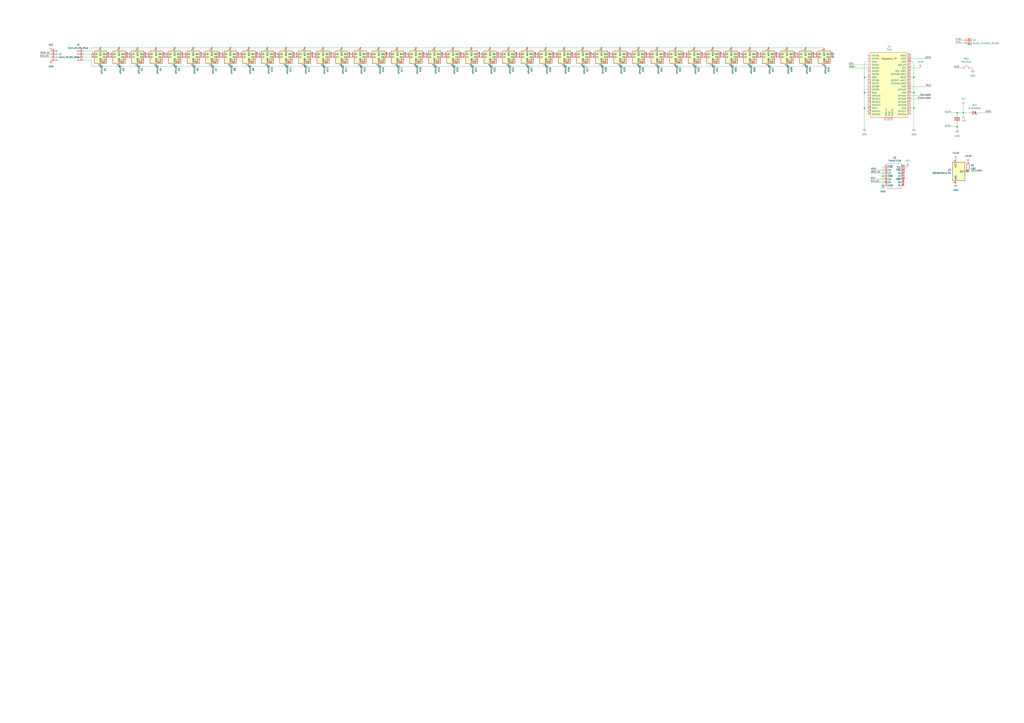
<source format=kicad_sch>
(kicad_sch (version 20211123) (generator eeschema)

  (uuid c173aaca-18be-4d25-9f13-662128b20d23)

  (paper "A1")

  (title_block
    (title "POV display")
    (date "2022-11-05")
    (rev "v01")
    (comment 1 "Author: Michael Crum")
  )

  (lib_symbols
    (symbol "Connector:Conn_01x04_Male" (pin_names (offset 1.016) hide) (in_bom yes) (on_board yes)
      (property "Reference" "J" (id 0) (at 0 5.08 0)
        (effects (font (size 1.27 1.27)))
      )
      (property "Value" "Conn_01x04_Male" (id 1) (at 0 -7.62 0)
        (effects (font (size 1.27 1.27)))
      )
      (property "Footprint" "" (id 2) (at 0 0 0)
        (effects (font (size 1.27 1.27)) hide)
      )
      (property "Datasheet" "~" (id 3) (at 0 0 0)
        (effects (font (size 1.27 1.27)) hide)
      )
      (property "ki_keywords" "connector" (id 4) (at 0 0 0)
        (effects (font (size 1.27 1.27)) hide)
      )
      (property "ki_description" "Generic connector, single row, 01x04, script generated (kicad-library-utils/schlib/autogen/connector/)" (id 5) (at 0 0 0)
        (effects (font (size 1.27 1.27)) hide)
      )
      (property "ki_fp_filters" "Connector*:*_1x??_*" (id 6) (at 0 0 0)
        (effects (font (size 1.27 1.27)) hide)
      )
      (symbol "Conn_01x04_Male_1_1"
        (polyline
          (pts
            (xy 1.27 -5.08)
            (xy 0.8636 -5.08)
          )
          (stroke (width 0.1524) (type default) (color 0 0 0 0))
          (fill (type none))
        )
        (polyline
          (pts
            (xy 1.27 -2.54)
            (xy 0.8636 -2.54)
          )
          (stroke (width 0.1524) (type default) (color 0 0 0 0))
          (fill (type none))
        )
        (polyline
          (pts
            (xy 1.27 0)
            (xy 0.8636 0)
          )
          (stroke (width 0.1524) (type default) (color 0 0 0 0))
          (fill (type none))
        )
        (polyline
          (pts
            (xy 1.27 2.54)
            (xy 0.8636 2.54)
          )
          (stroke (width 0.1524) (type default) (color 0 0 0 0))
          (fill (type none))
        )
        (rectangle (start 0.8636 -4.953) (end 0 -5.207)
          (stroke (width 0.1524) (type default) (color 0 0 0 0))
          (fill (type outline))
        )
        (rectangle (start 0.8636 -2.413) (end 0 -2.667)
          (stroke (width 0.1524) (type default) (color 0 0 0 0))
          (fill (type outline))
        )
        (rectangle (start 0.8636 0.127) (end 0 -0.127)
          (stroke (width 0.1524) (type default) (color 0 0 0 0))
          (fill (type outline))
        )
        (rectangle (start 0.8636 2.667) (end 0 2.413)
          (stroke (width 0.1524) (type default) (color 0 0 0 0))
          (fill (type outline))
        )
        (pin passive line (at 5.08 2.54 180) (length 3.81)
          (name "Pin_1" (effects (font (size 1.27 1.27))))
          (number "1" (effects (font (size 1.27 1.27))))
        )
        (pin passive line (at 5.08 0 180) (length 3.81)
          (name "Pin_2" (effects (font (size 1.27 1.27))))
          (number "2" (effects (font (size 1.27 1.27))))
        )
        (pin passive line (at 5.08 -2.54 180) (length 3.81)
          (name "Pin_3" (effects (font (size 1.27 1.27))))
          (number "3" (effects (font (size 1.27 1.27))))
        )
        (pin passive line (at 5.08 -5.08 180) (length 3.81)
          (name "Pin_4" (effects (font (size 1.27 1.27))))
          (number "4" (effects (font (size 1.27 1.27))))
        )
      )
    )
    (symbol "Connector:Screw_Terminal_01x02" (pin_names (offset 1.016) hide) (in_bom yes) (on_board yes)
      (property "Reference" "J" (id 0) (at 0 2.54 0)
        (effects (font (size 1.27 1.27)))
      )
      (property "Value" "Screw_Terminal_01x02" (id 1) (at 0 -5.08 0)
        (effects (font (size 1.27 1.27)))
      )
      (property "Footprint" "" (id 2) (at 0 0 0)
        (effects (font (size 1.27 1.27)) hide)
      )
      (property "Datasheet" "~" (id 3) (at 0 0 0)
        (effects (font (size 1.27 1.27)) hide)
      )
      (property "ki_keywords" "screw terminal" (id 4) (at 0 0 0)
        (effects (font (size 1.27 1.27)) hide)
      )
      (property "ki_description" "Generic screw terminal, single row, 01x02, script generated (kicad-library-utils/schlib/autogen/connector/)" (id 5) (at 0 0 0)
        (effects (font (size 1.27 1.27)) hide)
      )
      (property "ki_fp_filters" "TerminalBlock*:*" (id 6) (at 0 0 0)
        (effects (font (size 1.27 1.27)) hide)
      )
      (symbol "Screw_Terminal_01x02_1_1"
        (rectangle (start -1.27 1.27) (end 1.27 -3.81)
          (stroke (width 0.254) (type default) (color 0 0 0 0))
          (fill (type background))
        )
        (circle (center 0 -2.54) (radius 0.635)
          (stroke (width 0.1524) (type default) (color 0 0 0 0))
          (fill (type none))
        )
        (polyline
          (pts
            (xy -0.5334 -2.2098)
            (xy 0.3302 -3.048)
          )
          (stroke (width 0.1524) (type default) (color 0 0 0 0))
          (fill (type none))
        )
        (polyline
          (pts
            (xy -0.5334 0.3302)
            (xy 0.3302 -0.508)
          )
          (stroke (width 0.1524) (type default) (color 0 0 0 0))
          (fill (type none))
        )
        (polyline
          (pts
            (xy -0.3556 -2.032)
            (xy 0.508 -2.8702)
          )
          (stroke (width 0.1524) (type default) (color 0 0 0 0))
          (fill (type none))
        )
        (polyline
          (pts
            (xy -0.3556 0.508)
            (xy 0.508 -0.3302)
          )
          (stroke (width 0.1524) (type default) (color 0 0 0 0))
          (fill (type none))
        )
        (circle (center 0 0) (radius 0.635)
          (stroke (width 0.1524) (type default) (color 0 0 0 0))
          (fill (type none))
        )
        (pin passive line (at -5.08 0 0) (length 3.81)
          (name "Pin_1" (effects (font (size 1.27 1.27))))
          (number "1" (effects (font (size 1.27 1.27))))
        )
        (pin passive line (at -5.08 -2.54 0) (length 3.81)
          (name "Pin_2" (effects (font (size 1.27 1.27))))
          (number "2" (effects (font (size 1.27 1.27))))
        )
      )
    )
    (symbol "Device:C" (pin_numbers hide) (pin_names (offset 0.254)) (in_bom yes) (on_board yes)
      (property "Reference" "C" (id 0) (at 0.635 2.54 0)
        (effects (font (size 1.27 1.27)) (justify left))
      )
      (property "Value" "C" (id 1) (at 0.635 -2.54 0)
        (effects (font (size 1.27 1.27)) (justify left))
      )
      (property "Footprint" "" (id 2) (at 0.9652 -3.81 0)
        (effects (font (size 1.27 1.27)) hide)
      )
      (property "Datasheet" "~" (id 3) (at 0 0 0)
        (effects (font (size 1.27 1.27)) hide)
      )
      (property "ki_keywords" "cap capacitor" (id 4) (at 0 0 0)
        (effects (font (size 1.27 1.27)) hide)
      )
      (property "ki_description" "Unpolarized capacitor" (id 5) (at 0 0 0)
        (effects (font (size 1.27 1.27)) hide)
      )
      (property "ki_fp_filters" "C_*" (id 6) (at 0 0 0)
        (effects (font (size 1.27 1.27)) hide)
      )
      (symbol "C_0_1"
        (polyline
          (pts
            (xy -2.032 -0.762)
            (xy 2.032 -0.762)
          )
          (stroke (width 0.508) (type default) (color 0 0 0 0))
          (fill (type none))
        )
        (polyline
          (pts
            (xy -2.032 0.762)
            (xy 2.032 0.762)
          )
          (stroke (width 0.508) (type default) (color 0 0 0 0))
          (fill (type none))
        )
      )
      (symbol "C_1_1"
        (pin passive line (at 0 3.81 270) (length 2.794)
          (name "~" (effects (font (size 1.27 1.27))))
          (number "1" (effects (font (size 1.27 1.27))))
        )
        (pin passive line (at 0 -3.81 90) (length 2.794)
          (name "~" (effects (font (size 1.27 1.27))))
          (number "2" (effects (font (size 1.27 1.27))))
        )
      )
    )
    (symbol "Device:D_Schottky" (pin_numbers hide) (pin_names (offset 1.016) hide) (in_bom yes) (on_board yes)
      (property "Reference" "D" (id 0) (at 0 2.54 0)
        (effects (font (size 1.27 1.27)))
      )
      (property "Value" "D_Schottky" (id 1) (at 0 -2.54 0)
        (effects (font (size 1.27 1.27)))
      )
      (property "Footprint" "" (id 2) (at 0 0 0)
        (effects (font (size 1.27 1.27)) hide)
      )
      (property "Datasheet" "~" (id 3) (at 0 0 0)
        (effects (font (size 1.27 1.27)) hide)
      )
      (property "ki_keywords" "diode Schottky" (id 4) (at 0 0 0)
        (effects (font (size 1.27 1.27)) hide)
      )
      (property "ki_description" "Schottky diode" (id 5) (at 0 0 0)
        (effects (font (size 1.27 1.27)) hide)
      )
      (property "ki_fp_filters" "TO-???* *_Diode_* *SingleDiode* D_*" (id 6) (at 0 0 0)
        (effects (font (size 1.27 1.27)) hide)
      )
      (symbol "D_Schottky_0_1"
        (polyline
          (pts
            (xy 1.27 0)
            (xy -1.27 0)
          )
          (stroke (width 0) (type default) (color 0 0 0 0))
          (fill (type none))
        )
        (polyline
          (pts
            (xy 1.27 1.27)
            (xy 1.27 -1.27)
            (xy -1.27 0)
            (xy 1.27 1.27)
          )
          (stroke (width 0.254) (type default) (color 0 0 0 0))
          (fill (type none))
        )
        (polyline
          (pts
            (xy -1.905 0.635)
            (xy -1.905 1.27)
            (xy -1.27 1.27)
            (xy -1.27 -1.27)
            (xy -0.635 -1.27)
            (xy -0.635 -0.635)
          )
          (stroke (width 0.254) (type default) (color 0 0 0 0))
          (fill (type none))
        )
      )
      (symbol "D_Schottky_1_1"
        (pin passive line (at -3.81 0 0) (length 2.54)
          (name "K" (effects (font (size 1.27 1.27))))
          (number "1" (effects (font (size 1.27 1.27))))
        )
        (pin passive line (at 3.81 0 180) (length 2.54)
          (name "A" (effects (font (size 1.27 1.27))))
          (number "2" (effects (font (size 1.27 1.27))))
        )
      )
    )
    (symbol "Device:R" (pin_numbers hide) (pin_names (offset 0)) (in_bom yes) (on_board yes)
      (property "Reference" "R" (id 0) (at 2.032 0 90)
        (effects (font (size 1.27 1.27)))
      )
      (property "Value" "R" (id 1) (at 0 0 90)
        (effects (font (size 1.27 1.27)))
      )
      (property "Footprint" "" (id 2) (at -1.778 0 90)
        (effects (font (size 1.27 1.27)) hide)
      )
      (property "Datasheet" "~" (id 3) (at 0 0 0)
        (effects (font (size 1.27 1.27)) hide)
      )
      (property "ki_keywords" "R res resistor" (id 4) (at 0 0 0)
        (effects (font (size 1.27 1.27)) hide)
      )
      (property "ki_description" "Resistor" (id 5) (at 0 0 0)
        (effects (font (size 1.27 1.27)) hide)
      )
      (property "ki_fp_filters" "R_*" (id 6) (at 0 0 0)
        (effects (font (size 1.27 1.27)) hide)
      )
      (symbol "R_0_1"
        (rectangle (start -1.016 -2.54) (end 1.016 2.54)
          (stroke (width 0.254) (type default) (color 0 0 0 0))
          (fill (type none))
        )
      )
      (symbol "R_1_1"
        (pin passive line (at 0 3.81 270) (length 1.27)
          (name "~" (effects (font (size 1.27 1.27))))
          (number "1" (effects (font (size 1.27 1.27))))
        )
        (pin passive line (at 0 -3.81 90) (length 1.27)
          (name "~" (effects (font (size 1.27 1.27))))
          (number "2" (effects (font (size 1.27 1.27))))
        )
      )
    )
    (symbol "LED:APA102" (in_bom yes) (on_board yes)
      (property "Reference" "D" (id 0) (at 5.08 5.715 0)
        (effects (font (size 1.27 1.27)) (justify right bottom))
      )
      (property "Value" "APA102" (id 1) (at 1.27 -5.715 0)
        (effects (font (size 1.27 1.27)) (justify left top))
      )
      (property "Footprint" "LED_SMD:LED_RGB_5050-6" (id 2) (at 1.27 -7.62 0)
        (effects (font (size 1.27 1.27)) (justify left top) hide)
      )
      (property "Datasheet" "http://www.led-color.com/upload/201506/APA102%20LED.pdf" (id 3) (at 2.54 -9.525 0)
        (effects (font (size 1.27 1.27)) (justify left top) hide)
      )
      (property "ki_keywords" "RGB LED addressable 8bit pwm 5bit greyscale" (id 4) (at 0 0 0)
        (effects (font (size 1.27 1.27)) hide)
      )
      (property "ki_description" "RGB LED with integrated controller" (id 5) (at 0 0 0)
        (effects (font (size 1.27 1.27)) hide)
      )
      (property "ki_fp_filters" "LED*RGB*5050*" (id 6) (at 0 0 0)
        (effects (font (size 1.27 1.27)) hide)
      )
      (symbol "APA102_0_0"
        (text "RGB" (at 2.286 -4.191 0)
          (effects (font (size 0.762 0.762)))
        )
      )
      (symbol "APA102_0_1"
        (polyline
          (pts
            (xy 1.27 -3.556)
            (xy 1.778 -3.556)
          )
          (stroke (width 0) (type default) (color 0 0 0 0))
          (fill (type none))
        )
        (polyline
          (pts
            (xy 1.27 -2.54)
            (xy 1.778 -2.54)
          )
          (stroke (width 0) (type default) (color 0 0 0 0))
          (fill (type none))
        )
        (polyline
          (pts
            (xy 4.699 -3.556)
            (xy 2.667 -3.556)
          )
          (stroke (width 0) (type default) (color 0 0 0 0))
          (fill (type none))
        )
        (polyline
          (pts
            (xy 2.286 -2.54)
            (xy 1.27 -3.556)
            (xy 1.27 -3.048)
          )
          (stroke (width 0) (type default) (color 0 0 0 0))
          (fill (type none))
        )
        (polyline
          (pts
            (xy 2.286 -1.524)
            (xy 1.27 -2.54)
            (xy 1.27 -2.032)
          )
          (stroke (width 0) (type default) (color 0 0 0 0))
          (fill (type none))
        )
        (polyline
          (pts
            (xy 3.683 -1.016)
            (xy 3.683 -3.556)
            (xy 3.683 -4.064)
          )
          (stroke (width 0) (type default) (color 0 0 0 0))
          (fill (type none))
        )
        (polyline
          (pts
            (xy 4.699 -1.524)
            (xy 2.667 -1.524)
            (xy 3.683 -3.556)
            (xy 4.699 -1.524)
          )
          (stroke (width 0) (type default) (color 0 0 0 0))
          (fill (type none))
        )
        (rectangle (start 5.08 5.08) (end -5.08 -5.08)
          (stroke (width 0.254) (type default) (color 0 0 0 0))
          (fill (type background))
        )
      )
      (symbol "APA102_1_1"
        (pin input line (at -7.62 2.54 0) (length 2.54)
          (name "DI" (effects (font (size 1.27 1.27))))
          (number "1" (effects (font (size 1.27 1.27))))
        )
        (pin input line (at -7.62 0 0) (length 2.54)
          (name "CI" (effects (font (size 1.27 1.27))))
          (number "2" (effects (font (size 1.27 1.27))))
        )
        (pin power_in line (at 0 -7.62 90) (length 2.54)
          (name "GND" (effects (font (size 1.27 1.27))))
          (number "3" (effects (font (size 1.27 1.27))))
        )
        (pin power_in line (at 0 7.62 270) (length 2.54)
          (name "VCC" (effects (font (size 1.27 1.27))))
          (number "4" (effects (font (size 1.27 1.27))))
        )
        (pin output line (at 7.62 0 180) (length 2.54)
          (name "CO" (effects (font (size 1.27 1.27))))
          (number "5" (effects (font (size 1.27 1.27))))
        )
        (pin output line (at 7.62 2.54 180) (length 2.54)
          (name "DO" (effects (font (size 1.27 1.27))))
          (number "6" (effects (font (size 1.27 1.27))))
        )
      )
    )
    (symbol "MCU_RaspberryPi_and_Boards:Pico" (pin_names (offset 1.016)) (in_bom yes) (on_board yes)
      (property "Reference" "U" (id 0) (at -13.97 27.94 0)
        (effects (font (size 1.27 1.27)))
      )
      (property "Value" "Pico" (id 1) (at 0 19.05 0)
        (effects (font (size 1.27 1.27)))
      )
      (property "Footprint" "RPi_Pico:RPi_Pico_SMD_TH" (id 2) (at 0 0 90)
        (effects (font (size 1.27 1.27)) hide)
      )
      (property "Datasheet" "" (id 3) (at 0 0 0)
        (effects (font (size 1.27 1.27)) hide)
      )
      (symbol "Pico_0_0"
        (text "Raspberry Pi" (at 0 21.59 0)
          (effects (font (size 1.27 1.27)))
        )
      )
      (symbol "Pico_0_1"
        (rectangle (start -15.24 26.67) (end 15.24 -26.67)
          (stroke (width 0) (type default) (color 0 0 0 0))
          (fill (type background))
        )
      )
      (symbol "Pico_1_1"
        (pin bidirectional line (at -17.78 24.13 0) (length 2.54)
          (name "GPIO0" (effects (font (size 1.27 1.27))))
          (number "1" (effects (font (size 1.27 1.27))))
        )
        (pin bidirectional line (at -17.78 1.27 0) (length 2.54)
          (name "GPIO7" (effects (font (size 1.27 1.27))))
          (number "10" (effects (font (size 1.27 1.27))))
        )
        (pin bidirectional line (at -17.78 -1.27 0) (length 2.54)
          (name "GPIO8" (effects (font (size 1.27 1.27))))
          (number "11" (effects (font (size 1.27 1.27))))
        )
        (pin bidirectional line (at -17.78 -3.81 0) (length 2.54)
          (name "GPIO9" (effects (font (size 1.27 1.27))))
          (number "12" (effects (font (size 1.27 1.27))))
        )
        (pin power_in line (at -17.78 -6.35 0) (length 2.54)
          (name "GND" (effects (font (size 1.27 1.27))))
          (number "13" (effects (font (size 1.27 1.27))))
        )
        (pin bidirectional line (at -17.78 -8.89 0) (length 2.54)
          (name "GPIO10" (effects (font (size 1.27 1.27))))
          (number "14" (effects (font (size 1.27 1.27))))
        )
        (pin bidirectional line (at -17.78 -11.43 0) (length 2.54)
          (name "GPIO11" (effects (font (size 1.27 1.27))))
          (number "15" (effects (font (size 1.27 1.27))))
        )
        (pin bidirectional line (at -17.78 -13.97 0) (length 2.54)
          (name "GPIO12" (effects (font (size 1.27 1.27))))
          (number "16" (effects (font (size 1.27 1.27))))
        )
        (pin bidirectional line (at -17.78 -16.51 0) (length 2.54)
          (name "GPIO13" (effects (font (size 1.27 1.27))))
          (number "17" (effects (font (size 1.27 1.27))))
        )
        (pin power_in line (at -17.78 -19.05 0) (length 2.54)
          (name "GND" (effects (font (size 1.27 1.27))))
          (number "18" (effects (font (size 1.27 1.27))))
        )
        (pin bidirectional line (at -17.78 -21.59 0) (length 2.54)
          (name "GPIO14" (effects (font (size 1.27 1.27))))
          (number "19" (effects (font (size 1.27 1.27))))
        )
        (pin bidirectional line (at -17.78 21.59 0) (length 2.54)
          (name "GPIO1" (effects (font (size 1.27 1.27))))
          (number "2" (effects (font (size 1.27 1.27))))
        )
        (pin bidirectional line (at -17.78 -24.13 0) (length 2.54)
          (name "GPIO15" (effects (font (size 1.27 1.27))))
          (number "20" (effects (font (size 1.27 1.27))))
        )
        (pin bidirectional line (at 17.78 -24.13 180) (length 2.54)
          (name "GPIO16" (effects (font (size 1.27 1.27))))
          (number "21" (effects (font (size 1.27 1.27))))
        )
        (pin bidirectional line (at 17.78 -21.59 180) (length 2.54)
          (name "GPIO17" (effects (font (size 1.27 1.27))))
          (number "22" (effects (font (size 1.27 1.27))))
        )
        (pin power_in line (at 17.78 -19.05 180) (length 2.54)
          (name "GND" (effects (font (size 1.27 1.27))))
          (number "23" (effects (font (size 1.27 1.27))))
        )
        (pin bidirectional line (at 17.78 -16.51 180) (length 2.54)
          (name "GPIO18" (effects (font (size 1.27 1.27))))
          (number "24" (effects (font (size 1.27 1.27))))
        )
        (pin bidirectional line (at 17.78 -13.97 180) (length 2.54)
          (name "GPIO19" (effects (font (size 1.27 1.27))))
          (number "25" (effects (font (size 1.27 1.27))))
        )
        (pin bidirectional line (at 17.78 -11.43 180) (length 2.54)
          (name "GPIO20" (effects (font (size 1.27 1.27))))
          (number "26" (effects (font (size 1.27 1.27))))
        )
        (pin bidirectional line (at 17.78 -8.89 180) (length 2.54)
          (name "GPIO21" (effects (font (size 1.27 1.27))))
          (number "27" (effects (font (size 1.27 1.27))))
        )
        (pin power_in line (at 17.78 -6.35 180) (length 2.54)
          (name "GND" (effects (font (size 1.27 1.27))))
          (number "28" (effects (font (size 1.27 1.27))))
        )
        (pin bidirectional line (at 17.78 -3.81 180) (length 2.54)
          (name "GPIO22" (effects (font (size 1.27 1.27))))
          (number "29" (effects (font (size 1.27 1.27))))
        )
        (pin power_in line (at -17.78 19.05 0) (length 2.54)
          (name "GND" (effects (font (size 1.27 1.27))))
          (number "3" (effects (font (size 1.27 1.27))))
        )
        (pin input line (at 17.78 -1.27 180) (length 2.54)
          (name "RUN" (effects (font (size 1.27 1.27))))
          (number "30" (effects (font (size 1.27 1.27))))
        )
        (pin bidirectional line (at 17.78 1.27 180) (length 2.54)
          (name "GPIO26_ADC0" (effects (font (size 1.27 1.27))))
          (number "31" (effects (font (size 1.27 1.27))))
        )
        (pin bidirectional line (at 17.78 3.81 180) (length 2.54)
          (name "GPIO27_ADC1" (effects (font (size 1.27 1.27))))
          (number "32" (effects (font (size 1.27 1.27))))
        )
        (pin power_in line (at 17.78 6.35 180) (length 2.54)
          (name "AGND" (effects (font (size 1.27 1.27))))
          (number "33" (effects (font (size 1.27 1.27))))
        )
        (pin bidirectional line (at 17.78 8.89 180) (length 2.54)
          (name "GPIO28_ADC2" (effects (font (size 1.27 1.27))))
          (number "34" (effects (font (size 1.27 1.27))))
        )
        (pin unspecified line (at 17.78 11.43 180) (length 2.54)
          (name "ADC_VREF" (effects (font (size 1.27 1.27))))
          (number "35" (effects (font (size 1.27 1.27))))
        )
        (pin unspecified line (at 17.78 13.97 180) (length 2.54)
          (name "3V3" (effects (font (size 1.27 1.27))))
          (number "36" (effects (font (size 1.27 1.27))))
        )
        (pin input line (at 17.78 16.51 180) (length 2.54)
          (name "3V3_EN" (effects (font (size 1.27 1.27))))
          (number "37" (effects (font (size 1.27 1.27))))
        )
        (pin bidirectional line (at 17.78 19.05 180) (length 2.54)
          (name "GND" (effects (font (size 1.27 1.27))))
          (number "38" (effects (font (size 1.27 1.27))))
        )
        (pin unspecified line (at 17.78 21.59 180) (length 2.54)
          (name "VSYS" (effects (font (size 1.27 1.27))))
          (number "39" (effects (font (size 1.27 1.27))))
        )
        (pin bidirectional line (at -17.78 16.51 0) (length 2.54)
          (name "GPIO2" (effects (font (size 1.27 1.27))))
          (number "4" (effects (font (size 1.27 1.27))))
        )
        (pin unspecified line (at 17.78 24.13 180) (length 2.54)
          (name "VBUS" (effects (font (size 1.27 1.27))))
          (number "40" (effects (font (size 1.27 1.27))))
        )
        (pin input line (at -2.54 -29.21 90) (length 2.54)
          (name "SWCLK" (effects (font (size 1.27 1.27))))
          (number "41" (effects (font (size 1.27 1.27))))
        )
        (pin power_in line (at 0 -29.21 90) (length 2.54)
          (name "GND" (effects (font (size 1.27 1.27))))
          (number "42" (effects (font (size 1.27 1.27))))
        )
        (pin bidirectional line (at 2.54 -29.21 90) (length 2.54)
          (name "SWDIO" (effects (font (size 1.27 1.27))))
          (number "43" (effects (font (size 1.27 1.27))))
        )
        (pin bidirectional line (at -17.78 13.97 0) (length 2.54)
          (name "GPIO3" (effects (font (size 1.27 1.27))))
          (number "5" (effects (font (size 1.27 1.27))))
        )
        (pin bidirectional line (at -17.78 11.43 0) (length 2.54)
          (name "GPIO4" (effects (font (size 1.27 1.27))))
          (number "6" (effects (font (size 1.27 1.27))))
        )
        (pin bidirectional line (at -17.78 8.89 0) (length 2.54)
          (name "GPIO5" (effects (font (size 1.27 1.27))))
          (number "7" (effects (font (size 1.27 1.27))))
        )
        (pin power_in line (at -17.78 6.35 0) (length 2.54)
          (name "GND" (effects (font (size 1.27 1.27))))
          (number "8" (effects (font (size 1.27 1.27))))
        )
        (pin bidirectional line (at -17.78 3.81 0) (length 2.54)
          (name "GPIO6" (effects (font (size 1.27 1.27))))
          (number "9" (effects (font (size 1.27 1.27))))
        )
      )
    )
    (symbol "Sensor_Magnetic:DRV5033AJxLPG" (in_bom yes) (on_board yes)
      (property "Reference" "U" (id 0) (at 5.08 12.7 0)
        (effects (font (size 1.27 1.27)))
      )
      (property "Value" "DRV5033AJxLPG" (id 1) (at 7.62 10.16 0)
        (effects (font (size 1.27 1.27)))
      )
      (property "Footprint" "Package_TO_SOT_THT:TO-92_Inline" (id 2) (at 0 0 0)
        (effects (font (size 1.27 1.27)) hide)
      )
      (property "Datasheet" "https://www.ti.com/lit/ds/symlink/drv5033.pdf" (id 3) (at 0 0 0)
        (effects (font (size 1.27 1.27)) hide)
      )
      (property "ki_keywords" "Digital Omnipolar Switch Hall Effect Sensor" (id 4) (at 0 0 0)
        (effects (font (size 1.27 1.27)) hide)
      )
      (property "ki_description" "±6.9 / ±3.5 mT, 20-kHz, 2-38V, TO-92" (id 5) (at 0 0 0)
        (effects (font (size 1.27 1.27)) hide)
      )
      (property "ki_fp_filters" "TO?92*" (id 6) (at 0 0 0)
        (effects (font (size 1.27 1.27)) hide)
      )
      (symbol "DRV5033AJxLPG_1_1"
        (rectangle (start -5.08 7.62) (end 5.08 -7.62)
          (stroke (width 0.254) (type default) (color 0 0 0 0))
          (fill (type background))
        )
        (pin power_in line (at -2.54 10.16 270) (length 2.54)
          (name "VCC" (effects (font (size 1.27 1.27))))
          (number "1" (effects (font (size 1.27 1.27))))
        )
        (pin power_in line (at -2.54 -10.16 90) (length 2.54)
          (name "GND" (effects (font (size 1.27 1.27))))
          (number "2" (effects (font (size 1.27 1.27))))
        )
        (pin output line (at 7.62 0 180) (length 2.54)
          (name "OUT" (effects (font (size 1.27 1.27))))
          (number "3" (effects (font (size 1.27 1.27))))
        )
      )
    )
    (symbol "Switch:SW_Push" (pin_numbers hide) (pin_names (offset 1.016) hide) (in_bom yes) (on_board yes)
      (property "Reference" "SW" (id 0) (at 1.27 2.54 0)
        (effects (font (size 1.27 1.27)) (justify left))
      )
      (property "Value" "SW_Push" (id 1) (at 0 -1.524 0)
        (effects (font (size 1.27 1.27)))
      )
      (property "Footprint" "" (id 2) (at 0 5.08 0)
        (effects (font (size 1.27 1.27)) hide)
      )
      (property "Datasheet" "~" (id 3) (at 0 5.08 0)
        (effects (font (size 1.27 1.27)) hide)
      )
      (property "ki_keywords" "switch normally-open pushbutton push-button" (id 4) (at 0 0 0)
        (effects (font (size 1.27 1.27)) hide)
      )
      (property "ki_description" "Push button switch, generic, two pins" (id 5) (at 0 0 0)
        (effects (font (size 1.27 1.27)) hide)
      )
      (symbol "SW_Push_0_1"
        (circle (center -2.032 0) (radius 0.508)
          (stroke (width 0) (type default) (color 0 0 0 0))
          (fill (type none))
        )
        (polyline
          (pts
            (xy 0 1.27)
            (xy 0 3.048)
          )
          (stroke (width 0) (type default) (color 0 0 0 0))
          (fill (type none))
        )
        (polyline
          (pts
            (xy 2.54 1.27)
            (xy -2.54 1.27)
          )
          (stroke (width 0) (type default) (color 0 0 0 0))
          (fill (type none))
        )
        (circle (center 2.032 0) (radius 0.508)
          (stroke (width 0) (type default) (color 0 0 0 0))
          (fill (type none))
        )
        (pin passive line (at -5.08 0 0) (length 2.54)
          (name "1" (effects (font (size 1.27 1.27))))
          (number "1" (effects (font (size 1.27 1.27))))
        )
        (pin passive line (at 5.08 0 180) (length 2.54)
          (name "2" (effects (font (size 1.27 1.27))))
          (number "2" (effects (font (size 1.27 1.27))))
        )
      )
    )
    (symbol "level_shifter:74AHCT125" (in_bom yes) (on_board yes)
      (property "Reference" "U" (id 0) (at -5.08 10.16 0)
        (effects (font (size 1.27 1.27)))
      )
      (property "Value" "74AHCT125" (id 1) (at 0 -12.7 0)
        (effects (font (size 1.27 1.27)))
      )
      (property "Footprint" "" (id 2) (at 0 0 0)
        (effects (font (size 1.27 1.27)) hide)
      )
      (property "Datasheet" "" (id 3) (at 0 0 0)
        (effects (font (size 1.27 1.27)) hide)
      )
      (symbol "74AHCT125_0_1"
        (rectangle (start -6.35 8.89) (end 5.08 -11.43)
          (stroke (width 0) (type default) (color 0 0 0 0))
          (fill (type none))
        )
      )
      (symbol "74AHCT125_1_1"
        (pin input line (at -8.89 6.35 0) (length 2.54)
          (name "~{1OE}" (effects (font (size 1.27 1.27))))
          (number "1" (effects (font (size 1.27 1.27))))
        )
        (pin input line (at 7.62 -3.81 180) (length 2.54)
          (name "~{3OE}" (effects (font (size 1.27 1.27))))
          (number "10" (effects (font (size 1.27 1.27))))
        )
        (pin input line (at 7.62 -1.27 180) (length 2.54)
          (name "4Y" (effects (font (size 1.27 1.27))))
          (number "11" (effects (font (size 1.27 1.27))))
        )
        (pin input line (at 7.62 1.27 180) (length 2.54)
          (name "4A" (effects (font (size 1.27 1.27))))
          (number "12" (effects (font (size 1.27 1.27))))
        )
        (pin input line (at 7.62 3.81 180) (length 2.54)
          (name "~{4OE}" (effects (font (size 1.27 1.27))))
          (number "13" (effects (font (size 1.27 1.27))))
        )
        (pin input line (at 7.62 6.35 180) (length 2.54)
          (name "Vcc" (effects (font (size 1.27 1.27))))
          (number "14" (effects (font (size 1.27 1.27))))
        )
        (pin input line (at -8.89 3.81 0) (length 2.54)
          (name "1A" (effects (font (size 1.27 1.27))))
          (number "2" (effects (font (size 1.27 1.27))))
        )
        (pin input line (at -8.89 1.27 0) (length 2.54)
          (name "1Y" (effects (font (size 1.27 1.27))))
          (number "3" (effects (font (size 1.27 1.27))))
        )
        (pin input line (at -8.89 -1.27 0) (length 2.54)
          (name "~{2OE}" (effects (font (size 1.27 1.27))))
          (number "4" (effects (font (size 1.27 1.27))))
        )
        (pin input line (at -8.89 -3.81 0) (length 2.54)
          (name "2A" (effects (font (size 1.27 1.27))))
          (number "5" (effects (font (size 1.27 1.27))))
        )
        (pin input line (at -8.89 -6.35 0) (length 2.54)
          (name "2Y" (effects (font (size 1.27 1.27))))
          (number "6" (effects (font (size 1.27 1.27))))
        )
        (pin input line (at -8.89 -8.89 0) (length 2.54)
          (name "GND" (effects (font (size 1.27 1.27))))
          (number "7" (effects (font (size 1.27 1.27))))
        )
        (pin input line (at 7.62 -8.89 180) (length 2.54)
          (name "3Y" (effects (font (size 1.27 1.27))))
          (number "8" (effects (font (size 1.27 1.27))))
        )
        (pin input line (at 7.62 -6.35 180) (length 2.54)
          (name "3A" (effects (font (size 1.27 1.27))))
          (number "9" (effects (font (size 1.27 1.27))))
        )
      )
    )
    (symbol "power:+3.3V" (power) (pin_names (offset 0)) (in_bom yes) (on_board yes)
      (property "Reference" "#PWR" (id 0) (at 0 -3.81 0)
        (effects (font (size 1.27 1.27)) hide)
      )
      (property "Value" "+3.3V" (id 1) (at 0 3.556 0)
        (effects (font (size 1.27 1.27)))
      )
      (property "Footprint" "" (id 2) (at 0 0 0)
        (effects (font (size 1.27 1.27)) hide)
      )
      (property "Datasheet" "" (id 3) (at 0 0 0)
        (effects (font (size 1.27 1.27)) hide)
      )
      (property "ki_keywords" "power-flag" (id 4) (at 0 0 0)
        (effects (font (size 1.27 1.27)) hide)
      )
      (property "ki_description" "Power symbol creates a global label with name \"+3.3V\"" (id 5) (at 0 0 0)
        (effects (font (size 1.27 1.27)) hide)
      )
      (symbol "+3.3V_0_1"
        (polyline
          (pts
            (xy -0.762 1.27)
            (xy 0 2.54)
          )
          (stroke (width 0) (type default) (color 0 0 0 0))
          (fill (type none))
        )
        (polyline
          (pts
            (xy 0 0)
            (xy 0 2.54)
          )
          (stroke (width 0) (type default) (color 0 0 0 0))
          (fill (type none))
        )
        (polyline
          (pts
            (xy 0 2.54)
            (xy 0.762 1.27)
          )
          (stroke (width 0) (type default) (color 0 0 0 0))
          (fill (type none))
        )
      )
      (symbol "+3.3V_1_1"
        (pin power_in line (at 0 0 90) (length 0) hide
          (name "+3.3V" (effects (font (size 1.27 1.27))))
          (number "1" (effects (font (size 1.27 1.27))))
        )
      )
    )
    (symbol "power:GND" (power) (pin_names (offset 0)) (in_bom yes) (on_board yes)
      (property "Reference" "#PWR" (id 0) (at 0 -6.35 0)
        (effects (font (size 1.27 1.27)) hide)
      )
      (property "Value" "GND" (id 1) (at 0 -3.81 0)
        (effects (font (size 1.27 1.27)))
      )
      (property "Footprint" "" (id 2) (at 0 0 0)
        (effects (font (size 1.27 1.27)) hide)
      )
      (property "Datasheet" "" (id 3) (at 0 0 0)
        (effects (font (size 1.27 1.27)) hide)
      )
      (property "ki_keywords" "power-flag" (id 4) (at 0 0 0)
        (effects (font (size 1.27 1.27)) hide)
      )
      (property "ki_description" "Power symbol creates a global label with name \"GND\" , ground" (id 5) (at 0 0 0)
        (effects (font (size 1.27 1.27)) hide)
      )
      (symbol "GND_0_1"
        (polyline
          (pts
            (xy 0 0)
            (xy 0 -1.27)
            (xy 1.27 -1.27)
            (xy 0 -2.54)
            (xy -1.27 -1.27)
            (xy 0 -1.27)
          )
          (stroke (width 0) (type default) (color 0 0 0 0))
          (fill (type none))
        )
      )
      (symbol "GND_1_1"
        (pin power_in line (at 0 0 270) (length 0) hide
          (name "GND" (effects (font (size 1.27 1.27))))
          (number "1" (effects (font (size 1.27 1.27))))
        )
      )
    )
    (symbol "power:VCC" (power) (pin_names (offset 0)) (in_bom yes) (on_board yes)
      (property "Reference" "#PWR" (id 0) (at 0 -3.81 0)
        (effects (font (size 1.27 1.27)) hide)
      )
      (property "Value" "VCC" (id 1) (at 0 3.81 0)
        (effects (font (size 1.27 1.27)))
      )
      (property "Footprint" "" (id 2) (at 0 0 0)
        (effects (font (size 1.27 1.27)) hide)
      )
      (property "Datasheet" "" (id 3) (at 0 0 0)
        (effects (font (size 1.27 1.27)) hide)
      )
      (property "ki_keywords" "power-flag" (id 4) (at 0 0 0)
        (effects (font (size 1.27 1.27)) hide)
      )
      (property "ki_description" "Power symbol creates a global label with name \"VCC\"" (id 5) (at 0 0 0)
        (effects (font (size 1.27 1.27)) hide)
      )
      (symbol "VCC_0_1"
        (polyline
          (pts
            (xy -0.762 1.27)
            (xy 0 2.54)
          )
          (stroke (width 0) (type default) (color 0 0 0 0))
          (fill (type none))
        )
        (polyline
          (pts
            (xy 0 0)
            (xy 0 2.54)
          )
          (stroke (width 0) (type default) (color 0 0 0 0))
          (fill (type none))
        )
        (polyline
          (pts
            (xy 0 2.54)
            (xy 0.762 1.27)
          )
          (stroke (width 0) (type default) (color 0 0 0 0))
          (fill (type none))
        )
      )
      (symbol "VCC_1_1"
        (pin power_in line (at 0 0 90) (length 0) hide
          (name "VCC" (effects (font (size 1.27 1.27))))
          (number "1" (effects (font (size 1.27 1.27))))
        )
      )
    )
  )

  (junction (at 494.03 54.61) (diameter 0) (color 0 0 0 0)
    (uuid 00a07b3a-932a-4f2e-a5f8-5544993a9d95)
  )
  (junction (at 661.67 39.37) (diameter 0) (color 0 0 0 0)
    (uuid 027baf44-01f7-4f3d-86e6-45f6a24f0576)
  )
  (junction (at 750.57 76.2) (diameter 0) (color 0 0 0 0)
    (uuid 02895d8e-7c5f-42d9-94a9-36f2cd92e865)
  )
  (junction (at 189.23 39.37) (diameter 0) (color 0 0 0 0)
    (uuid 040c5ded-98f6-4c7f-9bc0-f1a8dd4c85d1)
  )
  (junction (at 128.27 39.37) (diameter 0) (color 0 0 0 0)
    (uuid 04e04ddf-d58f-4e8e-a1de-e44a49db1011)
  )
  (junction (at 661.67 54.61) (diameter 0) (color 0 0 0 0)
    (uuid 057cc67f-9a69-4253-a843-e50b8e81db0b)
  )
  (junction (at 539.75 54.61) (diameter 0) (color 0 0 0 0)
    (uuid 067da730-ecc7-40b2-97e5-28249ae02fc1)
  )
  (junction (at 158.75 54.61) (diameter 0) (color 0 0 0 0)
    (uuid 0713086e-088e-4225-869e-16d5b0f041f1)
  )
  (junction (at 280.67 54.61) (diameter 0) (color 0 0 0 0)
    (uuid 07f97dc7-f774-42e7-9cab-763d196d1515)
  )
  (junction (at 402.59 39.37) (diameter 0) (color 0 0 0 0)
    (uuid 089ffa40-8120-415c-937a-26e802f20731)
  )
  (junction (at 448.31 39.37) (diameter 0) (color 0 0 0 0)
    (uuid 08d11e18-b872-4084-9456-18f65629e589)
  )
  (junction (at 709.93 76.2) (diameter 0) (color 0 0 0 0)
    (uuid 0adba67c-adec-42d1-80e0-3b7bd8c3231c)
  )
  (junction (at 631.19 39.37) (diameter 0) (color 0 0 0 0)
    (uuid 0b227bb2-e9f1-48cc-ac26-408e2dc24910)
  )
  (junction (at 82.55 54.61) (diameter 0) (color 0 0 0 0)
    (uuid 0b58cdba-6c34-4b52-ba3c-d560eaf97141)
  )
  (junction (at 143.51 39.37) (diameter 0) (color 0 0 0 0)
    (uuid 0b5b4235-5fdb-4e8e-8161-2e77ff5e924a)
  )
  (junction (at 372.11 54.61) (diameter 0) (color 0 0 0 0)
    (uuid 143c6218-d391-4171-860a-c42dd8e99a96)
  )
  (junction (at 326.39 39.37) (diameter 0) (color 0 0 0 0)
    (uuid 175f9bd3-5373-47fc-a444-67af73d25856)
  )
  (junction (at 725.17 144.78) (diameter 0) (color 0 0 0 0)
    (uuid 17a09923-d5b9-4b39-adb6-e4bd13806877)
  )
  (junction (at 204.47 54.61) (diameter 0) (color 0 0 0 0)
    (uuid 195a1d20-927e-46e7-a690-6274a7049740)
  )
  (junction (at 234.95 54.61) (diameter 0) (color 0 0 0 0)
    (uuid 1a135bb1-794c-437a-837f-64fd6072f370)
  )
  (junction (at 234.95 39.37) (diameter 0) (color 0 0 0 0)
    (uuid 1a5a9442-09e6-441b-b787-6e831a0aff5d)
  )
  (junction (at 250.19 39.37) (diameter 0) (color 0 0 0 0)
    (uuid 1ab99f63-86f8-4ac2-a528-6ca9aa75f16e)
  )
  (junction (at 554.99 39.37) (diameter 0) (color 0 0 0 0)
    (uuid 1f2da74a-0e23-4ba5-b692-f0bea2503aac)
  )
  (junction (at 494.03 39.37) (diameter 0) (color 0 0 0 0)
    (uuid 2372bdab-289f-42ff-84ca-eec5888b2f2c)
  )
  (junction (at 280.67 39.37) (diameter 0) (color 0 0 0 0)
    (uuid 23ceb4dc-f2e2-4ee5-8862-34ba02659c17)
  )
  (junction (at 341.63 54.61) (diameter 0) (color 0 0 0 0)
    (uuid 29758133-ca3c-4861-919f-208bf5255305)
  )
  (junction (at 189.23 54.61) (diameter 0) (color 0 0 0 0)
    (uuid 29c94a90-75bf-47d5-97dc-d8e6528a4bfa)
  )
  (junction (at 341.63 39.37) (diameter 0) (color 0 0 0 0)
    (uuid 2c0cfb79-d84a-46ec-b6c3-74af88646fe0)
  )
  (junction (at 356.87 39.37) (diameter 0) (color 0 0 0 0)
    (uuid 2ce61a62-9fbc-420c-8a2e-ae9b807f79f6)
  )
  (junction (at 402.59 54.61) (diameter 0) (color 0 0 0 0)
    (uuid 36b92987-6529-409b-a09b-97b952c4cb18)
  )
  (junction (at 554.99 54.61) (diameter 0) (color 0 0 0 0)
    (uuid 3809c4ab-caed-4a4e-834c-4ce380375d95)
  )
  (junction (at 295.91 54.61) (diameter 0) (color 0 0 0 0)
    (uuid 380f3ea9-b5c1-4f40-b615-bb4d5794a843)
  )
  (junction (at 173.99 54.61) (diameter 0) (color 0 0 0 0)
    (uuid 388b5891-fbc6-4b7a-9727-5628c5938bb2)
  )
  (junction (at 709.93 63.5) (diameter 0) (color 0 0 0 0)
    (uuid 3a338549-4e8d-435b-be86-dc34a538074b)
  )
  (junction (at 173.99 39.37) (diameter 0) (color 0 0 0 0)
    (uuid 3dbfc8e1-1643-48dd-8514-2fcb34410b47)
  )
  (junction (at 295.91 39.37) (diameter 0) (color 0 0 0 0)
    (uuid 4095d3bb-861b-4303-baf4-4557b1730a1d)
  )
  (junction (at 143.51 54.61) (diameter 0) (color 0 0 0 0)
    (uuid 45a971bf-019d-4833-90d1-84188cd99303)
  )
  (junction (at 387.35 54.61) (diameter 0) (color 0 0 0 0)
    (uuid 4843ddf3-9746-4341-826f-aba080834e1a)
  )
  (junction (at 204.47 39.37) (diameter 0) (color 0 0 0 0)
    (uuid 49eb8b37-34f0-4cd3-b8e0-c18850513365)
  )
  (junction (at 311.15 39.37) (diameter 0) (color 0 0 0 0)
    (uuid 5138829e-2d5c-4376-a155-9e73a0818a74)
  )
  (junction (at 570.23 54.61) (diameter 0) (color 0 0 0 0)
    (uuid 56060096-4e96-450a-abd0-b03a62d85c6b)
  )
  (junction (at 128.27 54.61) (diameter 0) (color 0 0 0 0)
    (uuid 56bc27f0-379e-4de1-a716-1d41287f93a8)
  )
  (junction (at 97.79 39.37) (diameter 0) (color 0 0 0 0)
    (uuid 58898bc5-539e-4a5f-baf6-a73355395f0e)
  )
  (junction (at 113.03 39.37) (diameter 0) (color 0 0 0 0)
    (uuid 58c9d312-9ad4-4531-9a37-e8b5d9489fec)
  )
  (junction (at 158.75 39.37) (diameter 0) (color 0 0 0 0)
    (uuid 61e5fee7-4486-4135-a075-fcb72c65d5d7)
  )
  (junction (at 478.79 54.61) (diameter 0) (color 0 0 0 0)
    (uuid 62baa091-43ab-416b-90a9-ffc9949a3789)
  )
  (junction (at 709.93 88.9) (diameter 0) (color 0 0 0 0)
    (uuid 63ed8f05-8d5a-4ceb-9aee-a7c7f1637bee)
  )
  (junction (at 356.87 54.61) (diameter 0) (color 0 0 0 0)
    (uuid 67570dc5-dd2d-4ccc-b18b-bcaa4d4be1ed)
  )
  (junction (at 433.07 54.61) (diameter 0) (color 0 0 0 0)
    (uuid 69efb0c1-7574-4a1b-a0fd-2a69204c77fa)
  )
  (junction (at 417.83 54.61) (diameter 0) (color 0 0 0 0)
    (uuid 7341343e-ec9d-4aed-9d23-2fdb25466646)
  )
  (junction (at 265.43 54.61) (diameter 0) (color 0 0 0 0)
    (uuid 7f7acbbf-771c-4bdd-9f43-4a1ba9c04bf5)
  )
  (junction (at 311.15 54.61) (diameter 0) (color 0 0 0 0)
    (uuid 80a577ca-25f3-48f0-9919-cfc363f81774)
  )
  (junction (at 417.83 39.37) (diameter 0) (color 0 0 0 0)
    (uuid 80dbdbdd-1b0a-4616-9886-d1d3365c151f)
  )
  (junction (at 326.39 54.61) (diameter 0) (color 0 0 0 0)
    (uuid 86b52598-c5f9-4e1f-8f00-67c20e5112aa)
  )
  (junction (at 539.75 39.37) (diameter 0) (color 0 0 0 0)
    (uuid 90a79898-2a3f-405e-9b65-f4fafcfc0ecf)
  )
  (junction (at 265.43 39.37) (diameter 0) (color 0 0 0 0)
    (uuid 958c75a3-60e0-40a1-b2cb-e0216ee9dd84)
  )
  (junction (at 570.23 39.37) (diameter 0) (color 0 0 0 0)
    (uuid 9a862b20-d3e2-4357-93ff-db528f5f4a2d)
  )
  (junction (at 791.21 92.71) (diameter 0) (color 0 0 0 0)
    (uuid 9be35360-c335-4a60-8ad2-4cc974c821b6)
  )
  (junction (at 509.27 54.61) (diameter 0) (color 0 0 0 0)
    (uuid 9c50bc6d-a0dc-49be-aa02-77c7f4e994cd)
  )
  (junction (at 524.51 54.61) (diameter 0) (color 0 0 0 0)
    (uuid 9e39ddd0-fc55-485b-974e-d7130a047011)
  )
  (junction (at 372.11 39.37) (diameter 0) (color 0 0 0 0)
    (uuid 9f4e8690-df2d-4abe-a245-dc94a6519cb8)
  )
  (junction (at 615.95 54.61) (diameter 0) (color 0 0 0 0)
    (uuid a16e1473-5ceb-42e3-abff-58411c265aad)
  )
  (junction (at 463.55 54.61) (diameter 0) (color 0 0 0 0)
    (uuid a311b261-199b-4be6-8c41-1bd4391e1409)
  )
  (junction (at 448.31 54.61) (diameter 0) (color 0 0 0 0)
    (uuid a80e21f7-0c3b-46c9-bb9f-caed44c5c7e0)
  )
  (junction (at 615.95 39.37) (diameter 0) (color 0 0 0 0)
    (uuid ab8633e5-0410-4ceb-a257-6f21ce29d7a8)
  )
  (junction (at 250.19 54.61) (diameter 0) (color 0 0 0 0)
    (uuid ad8ac7a8-6899-4a7f-a210-e780596754e3)
  )
  (junction (at 478.79 39.37) (diameter 0) (color 0 0 0 0)
    (uuid adb6f7f4-02dd-41e8-b6d7-dc82735c5761)
  )
  (junction (at 750.57 63.5) (diameter 0) (color 0 0 0 0)
    (uuid afa3eb27-659c-4388-9208-0c11fb5108ad)
  )
  (junction (at 433.07 39.37) (diameter 0) (color 0 0 0 0)
    (uuid afd4c8b4-5243-45d5-a95e-233fc4f3b969)
  )
  (junction (at 97.79 54.61) (diameter 0) (color 0 0 0 0)
    (uuid b0568984-76cc-4e52-93fa-0305491d930e)
  )
  (junction (at 600.71 54.61) (diameter 0) (color 0 0 0 0)
    (uuid bdee3121-212a-4c8c-a593-ea4b268fb384)
  )
  (junction (at 509.27 39.37) (diameter 0) (color 0 0 0 0)
    (uuid c9ac772a-7b19-4f5c-934e-0d01ff627623)
  )
  (junction (at 463.55 39.37) (diameter 0) (color 0 0 0 0)
    (uuid d023cc3b-55a7-4255-b3b5-0ab21e03798d)
  )
  (junction (at 750.57 88.9) (diameter 0) (color 0 0 0 0)
    (uuid d47ab411-5571-4e92-9348-121dc67b8b17)
  )
  (junction (at 646.43 54.61) (diameter 0) (color 0 0 0 0)
    (uuid d5c36d64-15eb-40c2-907a-26856b990681)
  )
  (junction (at 786.13 104.14) (diameter 0) (color 0 0 0 0)
    (uuid da593531-3e8f-4c64-b7f8-7abd51baa027)
  )
  (junction (at 725.17 152.4) (diameter 0) (color 0 0 0 0)
    (uuid dd1319e8-dcff-43a0-8890-c6a99a41a728)
  )
  (junction (at 585.47 39.37) (diameter 0) (color 0 0 0 0)
    (uuid de33b65d-76fe-4867-ae09-6319e7712206)
  )
  (junction (at 795.02 140.97) (diameter 0) (color 0 0 0 0)
    (uuid dfa676cf-8436-41f3-9589-b557ef658201)
  )
  (junction (at 631.19 54.61) (diameter 0) (color 0 0 0 0)
    (uuid e19219de-b275-4674-8b0f-6bf870af36e2)
  )
  (junction (at 786.13 92.71) (diameter 0) (color 0 0 0 0)
    (uuid e31d9731-ec23-4269-ab5a-4b336b9cd762)
  )
  (junction (at 646.43 39.37) (diameter 0) (color 0 0 0 0)
    (uuid e51cf131-aa56-425d-aa63-f09ffe31e9ab)
  )
  (junction (at 82.55 39.37) (diameter 0) (color 0 0 0 0)
    (uuid e7b40180-c8d0-4e7b-8cfa-56ae5e29e26e)
  )
  (junction (at 113.03 54.61) (diameter 0) (color 0 0 0 0)
    (uuid f3105f12-5b45-45c1-8541-03825156cc89)
  )
  (junction (at 585.47 54.61) (diameter 0) (color 0 0 0 0)
    (uuid f3e75a0d-0139-48f0-8fbd-0e2edbfdc2a3)
  )
  (junction (at 219.71 39.37) (diameter 0) (color 0 0 0 0)
    (uuid f4c7fb78-5fef-4db1-9c94-b8c92594cc18)
  )
  (junction (at 524.51 39.37) (diameter 0) (color 0 0 0 0)
    (uuid fb1d2ef6-4eb9-4fd6-bf6c-571eca315412)
  )
  (junction (at 600.71 39.37) (diameter 0) (color 0 0 0 0)
    (uuid fd402d8b-46e4-480e-9e05-e40e2b465a83)
  )
  (junction (at 387.35 39.37) (diameter 0) (color 0 0 0 0)
    (uuid fe9e2f79-749a-4576-95c1-5a2d2b4b3949)
  )
  (junction (at 219.71 54.61) (diameter 0) (color 0 0 0 0)
    (uuid ff059012-5d7b-4de8-9a66-7c3c1acef467)
  )

  (no_connect (at 684.53 46.99) (uuid b54de221-a2b7-4f5a-9754-5433dec6a72a))
  (no_connect (at 684.53 44.45) (uuid b54de221-a2b7-4f5a-9754-5433dec6a72b))

  (wire (pts (xy 554.99 39.37) (xy 570.23 39.37))
    (stroke (width 0) (type default) (color 0 0 0 0))
    (uuid 01fb2933-74cd-4f44-abc8-a086ca938e7f)
  )
  (wire (pts (xy 661.67 39.37) (xy 676.91 39.37))
    (stroke (width 0) (type default) (color 0 0 0 0))
    (uuid 039b65d4-c575-4fb3-a088-a531f701118e)
  )
  (wire (pts (xy 173.99 39.37) (xy 189.23 39.37))
    (stroke (width 0) (type default) (color 0 0 0 0))
    (uuid 048aabfa-7ada-4172-9bfe-737a99f4da82)
  )
  (wire (pts (xy 509.27 39.37) (xy 524.51 39.37))
    (stroke (width 0) (type default) (color 0 0 0 0))
    (uuid 04b56540-bc9b-47f6-b1f4-c0a2e4098850)
  )
  (wire (pts (xy 554.99 54.61) (xy 570.23 54.61))
    (stroke (width 0) (type default) (color 0 0 0 0))
    (uuid 05003919-acd0-46d7-be02-bdeed73bfff1)
  )
  (wire (pts (xy 748.03 48.26) (xy 764.54 48.26))
    (stroke (width 0) (type default) (color 0 0 0 0))
    (uuid 05be5cc0-2cda-4132-8802-b6098434e32e)
  )
  (wire (pts (xy 585.47 39.37) (xy 600.71 39.37))
    (stroke (width 0) (type default) (color 0 0 0 0))
    (uuid 0698f7be-aeed-4d91-bda1-2aa8ec0cb6a6)
  )
  (wire (pts (xy 646.43 39.37) (xy 661.67 39.37))
    (stroke (width 0) (type default) (color 0 0 0 0))
    (uuid 082e456b-49e5-4ffb-a769-c5c8f49ad571)
  )
  (wire (pts (xy 786.13 92.71) (xy 791.21 92.71))
    (stroke (width 0) (type default) (color 0 0 0 0))
    (uuid 08ddc882-6094-4853-bdef-57e9b2a2d3d6)
  )
  (wire (pts (xy 68.58 49.53) (xy 74.93 49.53))
    (stroke (width 0) (type default) (color 0 0 0 0))
    (uuid 0a5bb35b-6615-42b0-b1b3-5aa01e75b94b)
  )
  (wire (pts (xy 661.67 54.61) (xy 676.91 54.61))
    (stroke (width 0) (type default) (color 0 0 0 0))
    (uuid 0c13a86a-19ee-431f-9388-f76376bfa1f5)
  )
  (wire (pts (xy 786.13 104.14) (xy 786.13 101.6))
    (stroke (width 0) (type default) (color 0 0 0 0))
    (uuid 0d1dba64-e6dc-458f-b35e-510fe43a22be)
  )
  (wire (pts (xy 750.57 88.9) (xy 750.57 105.41))
    (stroke (width 0) (type default) (color 0 0 0 0))
    (uuid 0d334ca2-494d-4c19-96e8-697ad4ce586a)
  )
  (wire (pts (xy 189.23 54.61) (xy 204.47 54.61))
    (stroke (width 0) (type default) (color 0 0 0 0))
    (uuid 0fc4f70e-920b-4af2-b2c8-de5af3e785c6)
  )
  (wire (pts (xy 97.79 54.61) (xy 113.03 54.61))
    (stroke (width 0) (type default) (color 0 0 0 0))
    (uuid 1196eb06-9937-4606-84f1-08f0184219b8)
  )
  (wire (pts (xy 712.47 50.8) (xy 709.93 50.8))
    (stroke (width 0) (type default) (color 0 0 0 0))
    (uuid 150711b4-94a6-4232-8e8f-069d8af826a7)
  )
  (wire (pts (xy 600.71 39.37) (xy 615.95 39.37))
    (stroke (width 0) (type default) (color 0 0 0 0))
    (uuid 156d8977-bf2b-4819-9adb-ae9da148d3e0)
  )
  (wire (pts (xy 341.63 39.37) (xy 356.87 39.37))
    (stroke (width 0) (type default) (color 0 0 0 0))
    (uuid 15a5b2a2-38d1-4e25-81bf-0e37c22a0e52)
  )
  (wire (pts (xy 791.21 86.36) (xy 791.21 92.71))
    (stroke (width 0) (type default) (color 0 0 0 0))
    (uuid 162a584a-5fd6-4192-a9a1-b783e281f460)
  )
  (wire (pts (xy 417.83 39.37) (xy 433.07 39.37))
    (stroke (width 0) (type default) (color 0 0 0 0))
    (uuid 170b884d-a3e4-4ce0-bc9a-9483c9c0e9d9)
  )
  (wire (pts (xy 509.27 54.61) (xy 524.51 54.61))
    (stroke (width 0) (type default) (color 0 0 0 0))
    (uuid 18ef57c4-acbc-420a-91d1-8afeb63b1c00)
  )
  (wire (pts (xy 97.79 39.37) (xy 113.03 39.37))
    (stroke (width 0) (type default) (color 0 0 0 0))
    (uuid 19f24978-af34-4c61-9f6f-f4a08b3f1d91)
  )
  (wire (pts (xy 803.91 92.71) (xy 814.07 92.71))
    (stroke (width 0) (type default) (color 0 0 0 0))
    (uuid 1b7be683-a922-4526-9b02-031093f8f5be)
  )
  (wire (pts (xy 204.47 54.61) (xy 219.71 54.61))
    (stroke (width 0) (type default) (color 0 0 0 0))
    (uuid 1f1b5384-349d-4efa-9866-589e198abbaa)
  )
  (wire (pts (xy 463.55 39.37) (xy 478.79 39.37))
    (stroke (width 0) (type default) (color 0 0 0 0))
    (uuid 23016f70-8c46-4b56-906e-2788f792917e)
  )
  (wire (pts (xy 250.19 54.61) (xy 265.43 54.61))
    (stroke (width 0) (type default) (color 0 0 0 0))
    (uuid 246cd51a-4ed4-4490-8ad6-7d71685ac586)
  )
  (wire (pts (xy 784.86 33.02) (xy 791.21 33.02))
    (stroke (width 0) (type default) (color 0 0 0 0))
    (uuid 256cd68a-dbd4-4851-bb6f-a20d3f0a66cd)
  )
  (wire (pts (xy 341.63 54.61) (xy 356.87 54.61))
    (stroke (width 0) (type default) (color 0 0 0 0))
    (uuid 29f2ce6c-e40b-4fdc-b4a7-ed02552b1bf6)
  )
  (wire (pts (xy 570.23 54.61) (xy 585.47 54.61))
    (stroke (width 0) (type default) (color 0 0 0 0))
    (uuid 30747b24-8968-4dfa-83a0-1afb324239a8)
  )
  (wire (pts (xy 311.15 54.61) (xy 326.39 54.61))
    (stroke (width 0) (type default) (color 0 0 0 0))
    (uuid 318185a0-4c98-4fcc-97b4-61a14980295b)
  )
  (wire (pts (xy 539.75 54.61) (xy 554.99 54.61))
    (stroke (width 0) (type default) (color 0 0 0 0))
    (uuid 32356c53-018a-419a-8c63-1baafe5a8a4c)
  )
  (wire (pts (xy 372.11 39.37) (xy 387.35 39.37))
    (stroke (width 0) (type default) (color 0 0 0 0))
    (uuid 337284c9-28af-436d-9260-f44172b862ff)
  )
  (wire (pts (xy 615.95 39.37) (xy 631.19 39.37))
    (stroke (width 0) (type default) (color 0 0 0 0))
    (uuid 34815d87-27da-46cb-bf6c-e466accd2ace)
  )
  (wire (pts (xy 715.01 147.32) (xy 726.44 147.32))
    (stroke (width 0) (type default) (color 0 0 0 0))
    (uuid 35a2a3c6-588f-434f-99bf-97934a40db95)
  )
  (wire (pts (xy 631.19 54.61) (xy 646.43 54.61))
    (stroke (width 0) (type default) (color 0 0 0 0))
    (uuid 3940693c-a070-409c-9ffc-4fc66f2f3864)
  )
  (wire (pts (xy 82.55 54.61) (xy 97.79 54.61))
    (stroke (width 0) (type default) (color 0 0 0 0))
    (uuid 3951c546-6133-4d3e-8f03-757d0fd2b0e8)
  )
  (wire (pts (xy 387.35 54.61) (xy 402.59 54.61))
    (stroke (width 0) (type default) (color 0 0 0 0))
    (uuid 396d2ae2-72d0-48f7-a747-5775f803536b)
  )
  (wire (pts (xy 748.03 78.74) (xy 764.54 78.74))
    (stroke (width 0) (type default) (color 0 0 0 0))
    (uuid 39b8fea9-9ae7-4a19-b16e-85d3ccc69dbc)
  )
  (wire (pts (xy 783.59 55.88) (xy 788.67 55.88))
    (stroke (width 0) (type default) (color 0 0 0 0))
    (uuid 3ae52b2d-2164-469b-b834-b04b8076f6a3)
  )
  (wire (pts (xy 113.03 54.61) (xy 128.27 54.61))
    (stroke (width 0) (type default) (color 0 0 0 0))
    (uuid 3d36f796-ed62-413c-9fba-d61cfcc2ad6d)
  )
  (wire (pts (xy 748.03 76.2) (xy 750.57 76.2))
    (stroke (width 0) (type default) (color 0 0 0 0))
    (uuid 3e49f724-a23c-4c10-90c0-6080e43c6e82)
  )
  (wire (pts (xy 448.31 54.61) (xy 463.55 54.61))
    (stroke (width 0) (type default) (color 0 0 0 0))
    (uuid 3f8f6d0a-8ca1-4158-9792-1003c59cb53d)
  )
  (wire (pts (xy 372.11 54.61) (xy 387.35 54.61))
    (stroke (width 0) (type default) (color 0 0 0 0))
    (uuid 40bee01b-6be0-4cbc-98b4-f1dc116c0855)
  )
  (wire (pts (xy 709.93 88.9) (xy 712.47 88.9))
    (stroke (width 0) (type default) (color 0 0 0 0))
    (uuid 47755c6c-478a-4047-b9e6-0e46b0809dbd)
  )
  (wire (pts (xy 402.59 54.61) (xy 417.83 54.61))
    (stroke (width 0) (type default) (color 0 0 0 0))
    (uuid 48852939-de0a-434f-b55a-6114e599d222)
  )
  (wire (pts (xy 433.07 39.37) (xy 448.31 39.37))
    (stroke (width 0) (type default) (color 0 0 0 0))
    (uuid 4b7a954c-5a40-47fd-9643-00e3cce9fb11)
  )
  (wire (pts (xy 709.93 50.8) (xy 709.93 63.5))
    (stroke (width 0) (type default) (color 0 0 0 0))
    (uuid 4b887ff7-c525-4682-981b-7e27af1856a6)
  )
  (wire (pts (xy 600.71 54.61) (xy 615.95 54.61))
    (stroke (width 0) (type default) (color 0 0 0 0))
    (uuid 4bcb3adc-7cdc-4319-819e-d70a395987f9)
  )
  (wire (pts (xy 750.57 63.5) (xy 750.57 76.2))
    (stroke (width 0) (type default) (color 0 0 0 0))
    (uuid 4d157f02-3bcc-44c2-8ab4-999ef19f55aa)
  )
  (wire (pts (xy 725.17 152.4) (xy 726.44 152.4))
    (stroke (width 0) (type default) (color 0 0 0 0))
    (uuid 4e4681e9-01fd-4793-9643-314a2be44cf9)
  )
  (wire (pts (xy 295.91 39.37) (xy 311.15 39.37))
    (stroke (width 0) (type default) (color 0 0 0 0))
    (uuid 5132491f-d750-44e7-8373-42673a74f31c)
  )
  (wire (pts (xy 791.21 92.71) (xy 796.29 92.71))
    (stroke (width 0) (type default) (color 0 0 0 0))
    (uuid 51918952-49f6-41c8-b8c6-8187f903b836)
  )
  (wire (pts (xy 615.95 54.61) (xy 631.19 54.61))
    (stroke (width 0) (type default) (color 0 0 0 0))
    (uuid 51afb871-35b7-4c47-9b31-82701db74a0f)
  )
  (wire (pts (xy 234.95 39.37) (xy 250.19 39.37))
    (stroke (width 0) (type default) (color 0 0 0 0))
    (uuid 5408ff96-dfbd-4df9-9c6d-59082283a16b)
  )
  (wire (pts (xy 143.51 54.61) (xy 158.75 54.61))
    (stroke (width 0) (type default) (color 0 0 0 0))
    (uuid 58263983-f6fe-4e58-9840-3dedc27b5d3b)
  )
  (wire (pts (xy 448.31 39.37) (xy 463.55 39.37))
    (stroke (width 0) (type default) (color 0 0 0 0))
    (uuid 5ca3b34d-e0b4-4014-86af-19bd7ecaf154)
  )
  (wire (pts (xy 68.58 44.45) (xy 74.93 44.45))
    (stroke (width 0) (type default) (color 0 0 0 0))
    (uuid 5ce0487e-6944-44aa-844f-877c837e95aa)
  )
  (wire (pts (xy 356.87 39.37) (xy 372.11 39.37))
    (stroke (width 0) (type default) (color 0 0 0 0))
    (uuid 5d67ca38-bfe8-4013-8d67-0f517b90f9a0)
  )
  (wire (pts (xy 775.97 92.71) (xy 786.13 92.71))
    (stroke (width 0) (type default) (color 0 0 0 0))
    (uuid 5e568be8-c762-49a8-9c47-8e51a7ac2e1f)
  )
  (wire (pts (xy 173.99 54.61) (xy 189.23 54.61))
    (stroke (width 0) (type default) (color 0 0 0 0))
    (uuid 5e851f65-ef1c-4eb9-af0e-af7c445224b9)
  )
  (wire (pts (xy 387.35 39.37) (xy 402.59 39.37))
    (stroke (width 0) (type default) (color 0 0 0 0))
    (uuid 6036e6c5-882f-4f6e-bd02-4ca17de1393e)
  )
  (wire (pts (xy 326.39 54.61) (xy 341.63 54.61))
    (stroke (width 0) (type default) (color 0 0 0 0))
    (uuid 6300bfae-07db-45d0-a351-8f2cf4fd78a4)
  )
  (wire (pts (xy 748.03 81.28) (xy 764.54 81.28))
    (stroke (width 0) (type default) (color 0 0 0 0))
    (uuid 67a02854-740c-4ab6-8bfc-cd651e5f266a)
  )
  (wire (pts (xy 158.75 54.61) (xy 173.99 54.61))
    (stroke (width 0) (type default) (color 0 0 0 0))
    (uuid 6b4bad99-a9fc-4887-ae20-0bd90f1578b5)
  )
  (wire (pts (xy 786.13 92.71) (xy 786.13 93.98))
    (stroke (width 0) (type default) (color 0 0 0 0))
    (uuid 6f69d3c2-0c61-4853-8fbc-84a63020d88a)
  )
  (wire (pts (xy 463.55 54.61) (xy 478.79 54.61))
    (stroke (width 0) (type default) (color 0 0 0 0))
    (uuid 7183b8e5-1e22-4c89-8349-85318cdc2cc8)
  )
  (wire (pts (xy 219.71 54.61) (xy 234.95 54.61))
    (stroke (width 0) (type default) (color 0 0 0 0))
    (uuid 74661abe-5184-4e87-aac6-7df89eefd73e)
  )
  (wire (pts (xy 494.03 39.37) (xy 509.27 39.37))
    (stroke (width 0) (type default) (color 0 0 0 0))
    (uuid 749f3882-7c79-4d83-bf83-452ed2023d9a)
  )
  (wire (pts (xy 143.51 39.37) (xy 158.75 39.37))
    (stroke (width 0) (type default) (color 0 0 0 0))
    (uuid 75537443-89c5-41c6-8f08-dc794f583813)
  )
  (wire (pts (xy 234.95 54.61) (xy 250.19 54.61))
    (stroke (width 0) (type default) (color 0 0 0 0))
    (uuid 76cf7647-f84b-4d48-9991-cdcb7cbf4313)
  )
  (wire (pts (xy 219.71 39.37) (xy 234.95 39.37))
    (stroke (width 0) (type default) (color 0 0 0 0))
    (uuid 780e1549-d8da-4ce6-89b2-a9935ee439f9)
  )
  (wire (pts (xy 726.44 137.16) (xy 725.17 137.16))
    (stroke (width 0) (type default) (color 0 0 0 0))
    (uuid 793e0469-c33a-4599-a512-18570a7e4c80)
  )
  (wire (pts (xy 326.39 39.37) (xy 341.63 39.37))
    (stroke (width 0) (type default) (color 0 0 0 0))
    (uuid 7e4ef6e8-8e07-4a02-aaf3-982e817b4fe8)
  )
  (wire (pts (xy 646.43 54.61) (xy 661.67 54.61))
    (stroke (width 0) (type default) (color 0 0 0 0))
    (uuid 7eb8056b-87a5-408a-9f19-e10655c4c3bf)
  )
  (wire (pts (xy 742.95 137.16) (xy 745.49 137.16))
    (stroke (width 0) (type default) (color 0 0 0 0))
    (uuid 81664663-dafb-4623-958b-c7d40ce06c12)
  )
  (wire (pts (xy 265.43 39.37) (xy 280.67 39.37))
    (stroke (width 0) (type default) (color 0 0 0 0))
    (uuid 85047f2f-778b-48dd-b661-b0998a4dda6d)
  )
  (wire (pts (xy 709.93 63.5) (xy 712.47 63.5))
    (stroke (width 0) (type default) (color 0 0 0 0))
    (uuid 869f2d14-7fc1-4cfc-b149-72bf94f37a5c)
  )
  (wire (pts (xy 750.57 76.2) (xy 750.57 88.9))
    (stroke (width 0) (type default) (color 0 0 0 0))
    (uuid 8bd6324d-8d1a-4349-8576-41f4a6b928a9)
  )
  (wire (pts (xy 113.03 39.37) (xy 128.27 39.37))
    (stroke (width 0) (type default) (color 0 0 0 0))
    (uuid 8c0c329a-a4f3-4464-900c-8f00e97ab244)
  )
  (wire (pts (xy 786.13 106.68) (xy 786.13 104.14))
    (stroke (width 0) (type default) (color 0 0 0 0))
    (uuid 8c5ab5ab-58de-428b-a18f-1aa776410c84)
  )
  (wire (pts (xy 280.67 39.37) (xy 295.91 39.37))
    (stroke (width 0) (type default) (color 0 0 0 0))
    (uuid 8db5e9f2-4a29-4060-8b01-d10b05d0bd32)
  )
  (wire (pts (xy 748.03 88.9) (xy 750.57 88.9))
    (stroke (width 0) (type default) (color 0 0 0 0))
    (uuid 91ec0453-db20-49c9-9279-06f6cb4aba8a)
  )
  (wire (pts (xy 280.67 54.61) (xy 295.91 54.61))
    (stroke (width 0) (type default) (color 0 0 0 0))
    (uuid 95156ea4-fd0a-4ede-9404-7d32e9c70ebe)
  )
  (wire (pts (xy 539.75 39.37) (xy 554.99 39.37))
    (stroke (width 0) (type default) (color 0 0 0 0))
    (uuid 96df831b-50eb-47d1-8bbc-a5aee428d523)
  )
  (wire (pts (xy 784.86 35.56) (xy 791.21 35.56))
    (stroke (width 0) (type default) (color 0 0 0 0))
    (uuid 9796b1ff-ddda-4869-88b1-f84b2eb97d44)
  )
  (wire (pts (xy 128.27 39.37) (xy 143.51 39.37))
    (stroke (width 0) (type default) (color 0 0 0 0))
    (uuid 98062b8b-cce9-437b-8a23-239af68bd66e)
  )
  (wire (pts (xy 585.47 54.61) (xy 600.71 54.61))
    (stroke (width 0) (type default) (color 0 0 0 0))
    (uuid 9a55a07a-f0f6-4eef-81ad-fd536e018438)
  )
  (wire (pts (xy 697.23 53.34) (xy 712.47 53.34))
    (stroke (width 0) (type default) (color 0 0 0 0))
    (uuid 9b4e7bb8-9554-41fc-9d01-e0c4c821a27a)
  )
  (wire (pts (xy 478.79 39.37) (xy 494.03 39.37))
    (stroke (width 0) (type default) (color 0 0 0 0))
    (uuid 9e351e0b-c243-4137-94e8-ceab87413040)
  )
  (wire (pts (xy 715.01 149.86) (xy 726.44 149.86))
    (stroke (width 0) (type default) (color 0 0 0 0))
    (uuid 9e66e087-801a-4c82-a172-f1efcd8e271b)
  )
  (wire (pts (xy 697.23 55.88) (xy 712.47 55.88))
    (stroke (width 0) (type default) (color 0 0 0 0))
    (uuid a338ecaa-7ca0-4c3c-a044-87882fd7d604)
  )
  (wire (pts (xy 715.01 142.24) (xy 726.44 142.24))
    (stroke (width 0) (type default) (color 0 0 0 0))
    (uuid a355e116-37a6-44f6-aafd-191c2ba7d227)
  )
  (wire (pts (xy 74.93 49.53) (xy 74.93 54.61))
    (stroke (width 0) (type default) (color 0 0 0 0))
    (uuid a72ec80d-fd34-423f-a0cf-64c0074504ef)
  )
  (wire (pts (xy 725.17 144.78) (xy 725.17 152.4))
    (stroke (width 0) (type default) (color 0 0 0 0))
    (uuid a9ef68a7-6c21-45e3-87de-24ad7ff8d002)
  )
  (wire (pts (xy 524.51 39.37) (xy 539.75 39.37))
    (stroke (width 0) (type default) (color 0 0 0 0))
    (uuid ab7c798a-6abc-4a89-9fc6-3eb3185454f1)
  )
  (wire (pts (xy 725.17 137.16) (xy 725.17 144.78))
    (stroke (width 0) (type default) (color 0 0 0 0))
    (uuid af9be32a-a936-428a-b332-c4664839045d)
  )
  (wire (pts (xy 311.15 39.37) (xy 326.39 39.37))
    (stroke (width 0) (type default) (color 0 0 0 0))
    (uuid afa49fdb-9c09-446d-b0ec-1eb7c45b1149)
  )
  (wire (pts (xy 158.75 39.37) (xy 173.99 39.37))
    (stroke (width 0) (type default) (color 0 0 0 0))
    (uuid b3186ceb-8b5a-4c46-8362-47efa5cd0b05)
  )
  (wire (pts (xy 750.57 50.8) (xy 750.57 63.5))
    (stroke (width 0) (type default) (color 0 0 0 0))
    (uuid b4612b9e-ef16-403f-8f3e-f47b37ecf434)
  )
  (wire (pts (xy 417.83 54.61) (xy 433.07 54.61))
    (stroke (width 0) (type default) (color 0 0 0 0))
    (uuid bbd71fa8-d58b-47ef-aa10-565f8e392031)
  )
  (wire (pts (xy 402.59 39.37) (xy 417.83 39.37))
    (stroke (width 0) (type default) (color 0 0 0 0))
    (uuid bf61ce53-2d7e-47c4-89ea-0e0b84b73b15)
  )
  (wire (pts (xy 33.02 44.45) (xy 41.91 44.45))
    (stroke (width 0) (type default) (color 0 0 0 0))
    (uuid c3c41dd1-bf4a-4564-a0f6-79cc024f718e)
  )
  (wire (pts (xy 494.03 54.61) (xy 509.27 54.61))
    (stroke (width 0) (type default) (color 0 0 0 0))
    (uuid c63dd85e-582d-44f8-82f9-0be6873c40ef)
  )
  (wire (pts (xy 524.51 54.61) (xy 539.75 54.61))
    (stroke (width 0) (type default) (color 0 0 0 0))
    (uuid c6c5d900-4dc9-469f-8da1-34edec555b47)
  )
  (wire (pts (xy 478.79 54.61) (xy 494.03 54.61))
    (stroke (width 0) (type default) (color 0 0 0 0))
    (uuid c7fb187a-07d7-4222-bcf7-5ee1d677e8ba)
  )
  (wire (pts (xy 74.93 39.37) (xy 82.55 39.37))
    (stroke (width 0) (type default) (color 0 0 0 0))
    (uuid ce50d606-672b-4060-aee3-9c9caafb281c)
  )
  (wire (pts (xy 631.19 39.37) (xy 646.43 39.37))
    (stroke (width 0) (type default) (color 0 0 0 0))
    (uuid ce9eb56d-80d4-480b-b849-7970e5b14294)
  )
  (wire (pts (xy 715.01 139.7) (xy 726.44 139.7))
    (stroke (width 0) (type default) (color 0 0 0 0))
    (uuid d071c807-6319-48e7-8b3d-0f872c5e2f9c)
  )
  (wire (pts (xy 748.03 71.12) (xy 764.54 71.12))
    (stroke (width 0) (type default) (color 0 0 0 0))
    (uuid d0ae1c48-40c1-44c1-8eb5-f1a320d83f73)
  )
  (wire (pts (xy 356.87 54.61) (xy 372.11 54.61))
    (stroke (width 0) (type default) (color 0 0 0 0))
    (uuid d18de297-852c-49c2-95c0-33c9cdcc561b)
  )
  (wire (pts (xy 748.03 63.5) (xy 750.57 63.5))
    (stroke (width 0) (type default) (color 0 0 0 0))
    (uuid d2019e4d-22aa-446c-b674-7799e2d7b6a6)
  )
  (wire (pts (xy 798.83 55.88) (xy 798.83 57.15))
    (stroke (width 0) (type default) (color 0 0 0 0))
    (uuid d74c0377-3678-4ccb-abe0-013c62155892)
  )
  (wire (pts (xy 68.58 41.91) (xy 74.93 41.91))
    (stroke (width 0) (type default) (color 0 0 0 0))
    (uuid d783136d-a04c-4d29-820f-62f510975c9d)
  )
  (wire (pts (xy 709.93 63.5) (xy 709.93 76.2))
    (stroke (width 0) (type default) (color 0 0 0 0))
    (uuid db44d6bf-43a2-498a-a1ff-f3c9f3d14091)
  )
  (wire (pts (xy 250.19 39.37) (xy 265.43 39.37))
    (stroke (width 0) (type default) (color 0 0 0 0))
    (uuid db907f97-7946-487e-95af-8c739dd24817)
  )
  (wire (pts (xy 189.23 39.37) (xy 204.47 39.37))
    (stroke (width 0) (type default) (color 0 0 0 0))
    (uuid dc59923d-0acf-4119-b8b2-5c62f212013f)
  )
  (wire (pts (xy 795.02 140.97) (xy 806.45 140.97))
    (stroke (width 0) (type default) (color 0 0 0 0))
    (uuid dfb1b0ed-17e7-49f0-9fbf-0577df51caee)
  )
  (wire (pts (xy 709.93 76.2) (xy 709.93 88.9))
    (stroke (width 0) (type default) (color 0 0 0 0))
    (uuid e098caf5-091b-4867-890a-3353d5d1cf9a)
  )
  (wire (pts (xy 433.07 54.61) (xy 448.31 54.61))
    (stroke (width 0) (type default) (color 0 0 0 0))
    (uuid e0c3b531-c31f-4127-b510-8346d57e61ae)
  )
  (wire (pts (xy 775.97 104.14) (xy 786.13 104.14))
    (stroke (width 0) (type default) (color 0 0 0 0))
    (uuid e0fead56-c7a7-4121-bfbd-c051d1f6d31d)
  )
  (wire (pts (xy 748.03 50.8) (xy 750.57 50.8))
    (stroke (width 0) (type default) (color 0 0 0 0))
    (uuid e21f3a71-efca-4381-8597-4e92699b69e7)
  )
  (wire (pts (xy 74.93 54.61) (xy 82.55 54.61))
    (stroke (width 0) (type default) (color 0 0 0 0))
    (uuid e6b0d909-690a-4f5e-a66d-34eebbe13e22)
  )
  (wire (pts (xy 295.91 54.61) (xy 311.15 54.61))
    (stroke (width 0) (type default) (color 0 0 0 0))
    (uuid e7dccdb3-399e-4177-ba4f-7dd10215138f)
  )
  (wire (pts (xy 74.93 41.91) (xy 74.93 39.37))
    (stroke (width 0) (type default) (color 0 0 0 0))
    (uuid ea207bab-fe44-4852-9c6b-05d6629b7363)
  )
  (wire (pts (xy 265.43 54.61) (xy 280.67 54.61))
    (stroke (width 0) (type default) (color 0 0 0 0))
    (uuid ea351f65-8ac5-4e39-a8e1-f6e5f83be6b8)
  )
  (wire (pts (xy 709.93 88.9) (xy 709.93 105.41))
    (stroke (width 0) (type default) (color 0 0 0 0))
    (uuid ebad3ed9-0f74-4431-b7cf-216b880e9721)
  )
  (wire (pts (xy 33.02 46.99) (xy 41.91 46.99))
    (stroke (width 0) (type default) (color 0 0 0 0))
    (uuid ec61a944-b2c3-4536-8479-6930ecd88b27)
  )
  (wire (pts (xy 128.27 54.61) (xy 143.51 54.61))
    (stroke (width 0) (type default) (color 0 0 0 0))
    (uuid ed5ae9b5-5456-4b95-849a-6e0ca4420a22)
  )
  (wire (pts (xy 82.55 39.37) (xy 97.79 39.37))
    (stroke (width 0) (type default) (color 0 0 0 0))
    (uuid ef870eb1-6ce1-4ee9-9c0a-d69a8932b9e5)
  )
  (wire (pts (xy 755.65 55.88) (xy 748.03 55.88))
    (stroke (width 0) (type default) (color 0 0 0 0))
    (uuid f1671c05-ed67-40fe-806e-1c5d514a6b73)
  )
  (wire (pts (xy 725.17 144.78) (xy 726.44 144.78))
    (stroke (width 0) (type default) (color 0 0 0 0))
    (uuid f22ef711-961b-4c81-bef1-887cdfd0a5d2)
  )
  (wire (pts (xy 709.93 76.2) (xy 712.47 76.2))
    (stroke (width 0) (type default) (color 0 0 0 0))
    (uuid f70a6fca-35e6-4ae2-98ba-e1bd9de70146)
  )
  (wire (pts (xy 204.47 39.37) (xy 219.71 39.37))
    (stroke (width 0) (type default) (color 0 0 0 0))
    (uuid fc477edb-b7fd-433f-b0bf-38f4c0584a1f)
  )
  (wire (pts (xy 570.23 39.37) (xy 585.47 39.37))
    (stroke (width 0) (type default) (color 0 0 0 0))
    (uuid fceb630b-36ff-46b4-83f1-c5d120665dfe)
  )
  (wire (pts (xy 68.58 46.99) (xy 74.93 46.99))
    (stroke (width 0) (type default) (color 0 0 0 0))
    (uuid feb05899-7ae2-4f6f-86c6-bfc78cd08fcd)
  )

  (label "MOSI_5V" (at 715.01 142.24 0)
    (effects (font (size 1.27 1.27)) (justify left bottom))
    (uuid 220d202b-aaa1-4f4e-a9d7-c8ec2bf37d15)
  )
  (label "MOSI" (at 715.01 139.7 0)
    (effects (font (size 1.27 1.27)) (justify left bottom))
    (uuid 2ec88b9c-859b-4777-83d9-626e5d3a2249)
  )
  (label "MOSI" (at 697.23 55.88 0)
    (effects (font (size 1.27 1.27)) (justify left bottom))
    (uuid 33ce253c-b5f6-4f90-838e-a3d022ec1dab)
  )
  (label "V_in+" (at 775.97 92.71 0)
    (effects (font (size 1.27 1.27)) (justify left bottom))
    (uuid 4d8ce3fb-bb4a-43a1-9ba7-16976d82379b)
  )
  (label "RUN" (at 783.59 55.88 0)
    (effects (font (size 1.27 1.27)) (justify left bottom))
    (uuid 5108c721-9deb-47e4-b292-c166a7905b1f)
  )
  (label "hall_data" (at 806.45 140.97 180)
    (effects (font (size 1.27 1.27)) (justify right bottom))
    (uuid 56ede3e1-44bf-4634-8c08-ce0770df3521)
  )
  (label "V_in+" (at 784.86 33.02 0)
    (effects (font (size 1.27 1.27)) (justify left bottom))
    (uuid 5d6a4a1b-f2e7-42fe-bae8-d5756bdf8591)
  )
  (label "MOSI_5V" (at 33.02 44.45 0)
    (effects (font (size 1.27 1.27)) (justify left bottom))
    (uuid 6aba4e27-c904-4698-861b-d6ac20d20d37)
  )
  (label "SCK" (at 697.23 53.34 0)
    (effects (font (size 1.27 1.27)) (justify left bottom))
    (uuid 6b69cdd5-fb71-412f-8dd3-59d688a4c1ea)
  )
  (label "VSYS" (at 764.54 48.26 180)
    (effects (font (size 1.27 1.27)) (justify right bottom))
    (uuid 7f552618-56ca-4153-9209-3c79a3da1471)
  )
  (label "hall_data" (at 764.54 78.74 180)
    (effects (font (size 1.27 1.27)) (justify right bottom))
    (uuid 83e11b7e-c18b-4477-913d-df93a5eb9a41)
  )
  (label "V_in-" (at 784.86 35.56 0)
    (effects (font (size 1.27 1.27)) (justify left bottom))
    (uuid 948205f3-52b0-4f3c-8bf0-5105150d2d51)
  )
  (label "SCK_5V" (at 715.01 149.86 0)
    (effects (font (size 1.27 1.27)) (justify left bottom))
    (uuid 96b16177-140c-4b03-9ebc-feb643f67bea)
  )
  (label "SCK" (at 715.01 147.32 0)
    (effects (font (size 1.27 1.27)) (justify left bottom))
    (uuid 99abce76-f5f8-4acc-bd8d-2027b57b818f)
  )
  (label "RUN" (at 764.54 71.12 180)
    (effects (font (size 1.27 1.27)) (justify right bottom))
    (uuid 9b5ce53a-b483-4b1c-9c28-f65d895443df)
  )
  (label "V_in-" (at 775.97 104.14 0)
    (effects (font (size 1.27 1.27)) (justify left bottom))
    (uuid ce696158-f737-4c26-9743-24e497603471)
  )
  (label "SCK_5V" (at 33.02 46.99 0)
    (effects (font (size 1.27 1.27)) (justify left bottom))
    (uuid de8f8572-b1bb-4a34-a4e5-7aa2482fa11e)
  )
  (label "pixels_data" (at 764.54 81.28 180)
    (effects (font (size 1.27 1.27)) (justify right bottom))
    (uuid e4066507-c987-49b7-b678-6eb50d9c5d1d)
  )
  (label "VSYS" (at 814.07 92.71 180)
    (effects (font (size 1.27 1.27)) (justify right bottom))
    (uuid fe04d55c-b18c-4fee-9d7c-4fec261dfabc)
  )

  (symbol (lib_id "LED:APA102") (at 676.91 46.99 0) (unit 1)
    (in_bom yes) (on_board yes) (fields_autoplaced)
    (uuid 018398e1-837b-4bb4-9faa-4ae67926e8a9)
    (property "Reference" "D40" (id 0) (at 680.4914 57.15 90))
    (property "Value" "APA102" (id 1) (at 677.9514 57.15 90))
    (property "Footprint" "LED_SMD:LED_RGB_5050-6" (id 2) (at 678.18 54.61 0)
      (effects (font (size 1.27 1.27)) (justify left top) hide)
    )
    (property "Datasheet" "http://www.led-color.com/upload/201506/APA102%20LED.pdf" (id 3) (at 679.45 56.515 0)
      (effects (font (size 1.27 1.27)) (justify left top) hide)
    )
    (pin "1" (uuid 5fe24292-5104-43bc-bc1c-1412d4e77731))
    (pin "2" (uuid cd014c9d-4fee-4310-a6d2-36c201a9cae7))
    (pin "3" (uuid 913367fd-030b-489f-b133-0ab053174c9c))
    (pin "4" (uuid f8dc0082-0843-4fc2-954d-3d0e05a75e9b))
    (pin "5" (uuid 8e2cea55-955a-4950-8ae3-d58279a3afe6))
    (pin "6" (uuid 8d1784bc-8d9b-4108-844c-5b1521f6a63d))
  )

  (symbol (lib_id "power:GND") (at 786.13 106.68 0) (unit 1)
    (in_bom yes) (on_board yes) (fields_autoplaced)
    (uuid 087ee4ee-120a-494e-9ffe-e18be14ab262)
    (property "Reference" "#PWR010" (id 0) (at 786.13 113.03 0)
      (effects (font (size 1.27 1.27)) hide)
    )
    (property "Value" "GND" (id 1) (at 786.13 111.76 0))
    (property "Footprint" "" (id 2) (at 786.13 106.68 0)
      (effects (font (size 1.27 1.27)) hide)
    )
    (property "Datasheet" "" (id 3) (at 786.13 106.68 0)
      (effects (font (size 1.27 1.27)) hide)
    )
    (pin "1" (uuid 24127974-3f7e-491c-bc56-53b9b025e945))
  )

  (symbol (lib_id "LED:APA102") (at 631.19 46.99 0) (unit 1)
    (in_bom yes) (on_board yes) (fields_autoplaced)
    (uuid 0d3f72e2-6d94-4333-a716-676b33cd31b8)
    (property "Reference" "D37" (id 0) (at 634.7714 57.15 90))
    (property "Value" "APA102" (id 1) (at 632.2314 57.15 90))
    (property "Footprint" "LED_SMD:LED_RGB_5050-6" (id 2) (at 632.46 54.61 0)
      (effects (font (size 1.27 1.27)) (justify left top) hide)
    )
    (property "Datasheet" "http://www.led-color.com/upload/201506/APA102%20LED.pdf" (id 3) (at 633.73 56.515 0)
      (effects (font (size 1.27 1.27)) (justify left top) hide)
    )
    (pin "1" (uuid 2c3179a3-0514-4594-a908-2e35030874b8))
    (pin "2" (uuid d1efc296-cc30-4d78-81cc-49357cc8700e))
    (pin "3" (uuid d5251fd6-482d-4c51-a43b-b4c31414a380))
    (pin "4" (uuid acfafebd-f13b-44b6-a8cf-3a6737eddeb4))
    (pin "5" (uuid ba556b00-4cd1-43a4-9a30-5fe66ee9eada))
    (pin "6" (uuid 2f9c6e71-581d-4c3c-a31f-6e9d6ae8be62))
  )

  (symbol (lib_id "power:+3.3V") (at 784.86 130.81 0) (unit 1)
    (in_bom yes) (on_board yes) (fields_autoplaced)
    (uuid 0eec9ccb-3ed3-457f-9cd9-cdc8db2f1ca1)
    (property "Reference" "#PWR08" (id 0) (at 784.86 134.62 0)
      (effects (font (size 1.27 1.27)) hide)
    )
    (property "Value" "+3.3V" (id 1) (at 784.86 125.73 0))
    (property "Footprint" "" (id 2) (at 784.86 130.81 0)
      (effects (font (size 1.27 1.27)) hide)
    )
    (property "Datasheet" "" (id 3) (at 784.86 130.81 0)
      (effects (font (size 1.27 1.27)) hide)
    )
    (pin "1" (uuid cf78720e-4f4b-466d-8ede-0870d6e49a1f))
  )

  (symbol (lib_id "LED:APA102") (at 387.35 46.99 0) (unit 1)
    (in_bom yes) (on_board yes) (fields_autoplaced)
    (uuid 15285c68-9935-4179-be51-e2f03d8fd953)
    (property "Reference" "D21" (id 0) (at 390.9314 57.15 90))
    (property "Value" "APA102" (id 1) (at 388.3914 57.15 90))
    (property "Footprint" "LED_SMD:LED_RGB_5050-6" (id 2) (at 388.62 54.61 0)
      (effects (font (size 1.27 1.27)) (justify left top) hide)
    )
    (property "Datasheet" "http://www.led-color.com/upload/201506/APA102%20LED.pdf" (id 3) (at 389.89 56.515 0)
      (effects (font (size 1.27 1.27)) (justify left top) hide)
    )
    (pin "1" (uuid ba327034-7380-4ad9-b970-2dd1e7048428))
    (pin "2" (uuid 362db18b-b23b-4ff5-8392-2c890800c1b3))
    (pin "3" (uuid d392cde4-b753-4f76-9920-dc3e65dd888f))
    (pin "4" (uuid 27ab1f62-0928-4c58-956f-54fc26c2f2b9))
    (pin "5" (uuid 2b8d35e8-44cc-4920-9692-36ba4e9773cd))
    (pin "6" (uuid 91191ae7-fda2-4f08-82ff-47edf9d5df67))
  )

  (symbol (lib_id "LED:APA102") (at 615.95 46.99 0) (unit 1)
    (in_bom yes) (on_board yes) (fields_autoplaced)
    (uuid 18b053d0-ff6c-4433-ba45-c8e2fb5c83e3)
    (property "Reference" "D36" (id 0) (at 619.5314 57.15 90))
    (property "Value" "APA102" (id 1) (at 616.9914 57.15 90))
    (property "Footprint" "LED_SMD:LED_RGB_5050-6" (id 2) (at 617.22 54.61 0)
      (effects (font (size 1.27 1.27)) (justify left top) hide)
    )
    (property "Datasheet" "http://www.led-color.com/upload/201506/APA102%20LED.pdf" (id 3) (at 618.49 56.515 0)
      (effects (font (size 1.27 1.27)) (justify left top) hide)
    )
    (pin "1" (uuid c7980483-6baa-4a0c-8169-8de5da593f0a))
    (pin "2" (uuid b1af89e2-c946-4da8-a1af-e8e7382bfc1c))
    (pin "3" (uuid ca52a6b0-1e7b-4caa-a599-2b15cfa123f8))
    (pin "4" (uuid ad827cbf-09d0-4091-9bd0-679f304819e8))
    (pin "5" (uuid 985a7d7d-1252-4ec2-af66-8853fa54939a))
    (pin "6" (uuid 5f5585f6-5f35-4ab9-b71a-827fdfe19ee3))
  )

  (symbol (lib_id "LED:APA102") (at 433.07 46.99 0) (unit 1)
    (in_bom yes) (on_board yes) (fields_autoplaced)
    (uuid 18cc7926-2dbe-4310-80f8-d86756a8ec0e)
    (property "Reference" "D24" (id 0) (at 436.6514 57.15 90))
    (property "Value" "APA102" (id 1) (at 434.1114 57.15 90))
    (property "Footprint" "LED_SMD:LED_RGB_5050-6" (id 2) (at 434.34 54.61 0)
      (effects (font (size 1.27 1.27)) (justify left top) hide)
    )
    (property "Datasheet" "http://www.led-color.com/upload/201506/APA102%20LED.pdf" (id 3) (at 435.61 56.515 0)
      (effects (font (size 1.27 1.27)) (justify left top) hide)
    )
    (pin "1" (uuid 461012ed-196a-4f81-9753-ef06930fd607))
    (pin "2" (uuid 57f39ebe-c2e4-4544-9813-198aada46aed))
    (pin "3" (uuid 663d6124-78a1-4ece-9f4c-a4f2eaad8c19))
    (pin "4" (uuid e02a7c63-2b14-42d9-842d-8f43d2366a3d))
    (pin "5" (uuid 573cf3a6-13ac-44b2-88ab-1b32ac1d8126))
    (pin "6" (uuid 4bd8be9f-63ea-47ae-90c3-12643969b351))
  )

  (symbol (lib_id "LED:APA102") (at 326.39 46.99 0) (unit 1)
    (in_bom yes) (on_board yes) (fields_autoplaced)
    (uuid 1b301064-95b7-4fbd-b80f-6925f596e05e)
    (property "Reference" "D17" (id 0) (at 329.9714 57.15 90))
    (property "Value" "APA102" (id 1) (at 327.4314 57.15 90))
    (property "Footprint" "LED_SMD:LED_RGB_5050-6" (id 2) (at 327.66 54.61 0)
      (effects (font (size 1.27 1.27)) (justify left top) hide)
    )
    (property "Datasheet" "http://www.led-color.com/upload/201506/APA102%20LED.pdf" (id 3) (at 328.93 56.515 0)
      (effects (font (size 1.27 1.27)) (justify left top) hide)
    )
    (pin "1" (uuid c65433bf-ed6b-44bc-8a90-943656bf774a))
    (pin "2" (uuid c3425391-2e71-4257-920e-9188074f87b8))
    (pin "3" (uuid e507b47f-3936-4a46-82f8-26e7de51b10c))
    (pin "4" (uuid 5f84191f-4f63-47f2-ae12-c48e77fa329c))
    (pin "5" (uuid 1946a414-324b-4d27-963f-fb9b3b4ba936))
    (pin "6" (uuid 5efc6362-21a5-4af2-955a-be4c023c5191))
  )

  (symbol (lib_id "Sensor_Magnetic:DRV5033AJxLPG") (at 787.4 140.97 0) (unit 1)
    (in_bom yes) (on_board yes) (fields_autoplaced)
    (uuid 1bbc9ae3-7f79-48ac-8497-197372e9e446)
    (property "Reference" "U3" (id 0) (at 781.05 139.6999 0)
      (effects (font (size 1.27 1.27)) (justify right))
    )
    (property "Value" "DRV5033AJxLPG" (id 1) (at 781.05 142.2399 0)
      (effects (font (size 1.27 1.27)) (justify right))
    )
    (property "Footprint" "Package_TO_SOT_THT:TO-92_Inline_Wide" (id 2) (at 787.4 140.97 0)
      (effects (font (size 1.27 1.27)) hide)
    )
    (property "Datasheet" "https://www.ti.com/lit/ds/symlink/drv5033.pdf" (id 3) (at 787.4 140.97 0)
      (effects (font (size 1.27 1.27)) hide)
    )
    (pin "1" (uuid 83dd7723-c2bf-4263-9312-a1823fe232d4))
    (pin "2" (uuid fcdaaa31-8f96-4f4f-beed-9c513b94177a))
    (pin "3" (uuid 4ba62941-8d86-4154-98ea-a5e6eb524cc2))
  )

  (symbol (lib_id "Switch:SW_Push") (at 793.75 55.88 0) (unit 1)
    (in_bom yes) (on_board yes) (fields_autoplaced)
    (uuid 1cef30d0-3053-4cb3-9802-38871c9bae79)
    (property "Reference" "SW1" (id 0) (at 793.75 48.26 0))
    (property "Value" "SW_Push" (id 1) (at 793.75 50.8 0))
    (property "Footprint" "Button_Switch_THT:SW_PUSH_6mm" (id 2) (at 793.75 50.8 0)
      (effects (font (size 1.27 1.27)) hide)
    )
    (property "Datasheet" "~" (id 3) (at 793.75 50.8 0)
      (effects (font (size 1.27 1.27)) hide)
    )
    (pin "1" (uuid 101ceec7-8990-4361-aa59-926b8692e9d6))
    (pin "2" (uuid f1408bec-52c1-47f6-888d-233d60265586))
  )

  (symbol (lib_id "power:GND") (at 41.91 49.53 0) (unit 1)
    (in_bom yes) (on_board yes) (fields_autoplaced)
    (uuid 22759474-64a1-484e-b6d1-bbd3283f6cbc)
    (property "Reference" "#PWR02" (id 0) (at 41.91 55.88 0)
      (effects (font (size 1.27 1.27)) hide)
    )
    (property "Value" "GND" (id 1) (at 41.91 54.61 0))
    (property "Footprint" "" (id 2) (at 41.91 49.53 0)
      (effects (font (size 1.27 1.27)) hide)
    )
    (property "Datasheet" "" (id 3) (at 41.91 49.53 0)
      (effects (font (size 1.27 1.27)) hide)
    )
    (pin "1" (uuid fa8309e2-8124-41ef-a1af-4b9be39ca057))
  )

  (symbol (lib_id "LED:APA102") (at 341.63 46.99 0) (unit 1)
    (in_bom yes) (on_board yes) (fields_autoplaced)
    (uuid 2b72db77-9387-444f-adc8-004545ae6052)
    (property "Reference" "D18" (id 0) (at 345.2114 57.15 90))
    (property "Value" "APA102" (id 1) (at 342.6714 57.15 90))
    (property "Footprint" "LED_SMD:LED_RGB_5050-6" (id 2) (at 342.9 54.61 0)
      (effects (font (size 1.27 1.27)) (justify left top) hide)
    )
    (property "Datasheet" "http://www.led-color.com/upload/201506/APA102%20LED.pdf" (id 3) (at 344.17 56.515 0)
      (effects (font (size 1.27 1.27)) (justify left top) hide)
    )
    (pin "1" (uuid a5fc0805-4c4d-478e-9414-5ac2f32cbdfb))
    (pin "2" (uuid fe706127-e040-4985-b380-ea68cc79714d))
    (pin "3" (uuid dbf0b9b9-42a5-46a4-a7d1-4d786f0ba3d6))
    (pin "4" (uuid 69718439-5b1f-491a-bb16-87fb87416517))
    (pin "5" (uuid 5402957a-e417-46ec-8a84-7c7e5ac2a8d8))
    (pin "6" (uuid 1dce13d0-584e-4600-ae87-10c3afd8d106))
  )

  (symbol (lib_id "LED:APA102") (at 448.31 46.99 0) (unit 1)
    (in_bom yes) (on_board yes) (fields_autoplaced)
    (uuid 2f7423bc-2ef2-41ac-ab53-512152c8dc8b)
    (property "Reference" "D25" (id 0) (at 451.8914 57.15 90))
    (property "Value" "APA102" (id 1) (at 449.3514 57.15 90))
    (property "Footprint" "LED_SMD:LED_RGB_5050-6" (id 2) (at 449.58 54.61 0)
      (effects (font (size 1.27 1.27)) (justify left top) hide)
    )
    (property "Datasheet" "http://www.led-color.com/upload/201506/APA102%20LED.pdf" (id 3) (at 450.85 56.515 0)
      (effects (font (size 1.27 1.27)) (justify left top) hide)
    )
    (pin "1" (uuid 2583e5e6-fd87-496d-9132-bb2a0383c472))
    (pin "2" (uuid d2445f2c-f10f-451e-bdcd-ebf64a9812fd))
    (pin "3" (uuid 2092118d-af76-4de8-a87c-db9ebbbf6b5d))
    (pin "4" (uuid 63687095-7728-4845-8ef7-f0b7b056b482))
    (pin "5" (uuid e37e49c0-694f-4c10-a34b-e337cbbb2f10))
    (pin "6" (uuid 50e4be07-4847-45d2-bf75-e44c979bd183))
  )

  (symbol (lib_id "Device:D_Schottky") (at 800.1 92.71 180) (unit 1)
    (in_bom yes) (on_board yes) (fields_autoplaced)
    (uuid 32dc2e4d-4c8b-4572-abf1-270cf0dfd1c5)
    (property "Reference" "D41" (id 0) (at 800.4175 86.36 0))
    (property "Value" "D_Schottky" (id 1) (at 800.4175 88.9 0))
    (property "Footprint" "Diode_THT:D_DO-201AE_P3.81mm_Vertical_AnodeUp" (id 2) (at 800.1 92.71 0)
      (effects (font (size 1.27 1.27)) hide)
    )
    (property "Datasheet" "~" (id 3) (at 800.1 92.71 0)
      (effects (font (size 1.27 1.27)) hide)
    )
    (pin "1" (uuid 565815d5-f383-424a-9a82-995bb97f7201))
    (pin "2" (uuid f8893588-1e9f-4919-b244-751a79d014c9))
  )

  (symbol (lib_id "LED:APA102") (at 570.23 46.99 0) (unit 1)
    (in_bom yes) (on_board yes) (fields_autoplaced)
    (uuid 34157192-36ae-4d47-bde0-f10ad4a46a9f)
    (property "Reference" "D33" (id 0) (at 573.8114 57.15 90))
    (property "Value" "APA102" (id 1) (at 571.2714 57.15 90))
    (property "Footprint" "LED_SMD:LED_RGB_5050-6" (id 2) (at 571.5 54.61 0)
      (effects (font (size 1.27 1.27)) (justify left top) hide)
    )
    (property "Datasheet" "http://www.led-color.com/upload/201506/APA102%20LED.pdf" (id 3) (at 572.77 56.515 0)
      (effects (font (size 1.27 1.27)) (justify left top) hide)
    )
    (pin "1" (uuid 39a593ee-bbb2-4126-b6b7-e19c11bd7d90))
    (pin "2" (uuid 68ac596b-3753-4785-9b6d-fc1c66a85438))
    (pin "3" (uuid 5d4c2315-ee88-43f9-ab5e-9c698398e8a8))
    (pin "4" (uuid bdf7ba87-8b1a-4051-a159-8b7a9d8f1d67))
    (pin "5" (uuid b40c0623-c85b-4fd2-ba45-9a5870c3a763))
    (pin "6" (uuid 068e538a-6b3c-4b82-8a4c-571e8555f80a))
  )

  (symbol (lib_id "LED:APA102") (at 173.99 46.99 0) (unit 1)
    (in_bom yes) (on_board yes) (fields_autoplaced)
    (uuid 3677fee8-3867-41a4-bec0-5edc2710d2cf)
    (property "Reference" "D7" (id 0) (at 177.5714 57.15 90))
    (property "Value" "APA102" (id 1) (at 175.0314 57.15 90))
    (property "Footprint" "LED_SMD:LED_RGB_5050-6" (id 2) (at 175.26 54.61 0)
      (effects (font (size 1.27 1.27)) (justify left top) hide)
    )
    (property "Datasheet" "http://www.led-color.com/upload/201506/APA102%20LED.pdf" (id 3) (at 176.53 56.515 0)
      (effects (font (size 1.27 1.27)) (justify left top) hide)
    )
    (pin "1" (uuid 78e1face-db7d-405a-bbfd-7f02ebaa8603))
    (pin "2" (uuid 333e953d-7fe8-4985-a2f9-c4df06c1c83e))
    (pin "3" (uuid 45ab28eb-3834-498a-8cc1-92b166a29066))
    (pin "4" (uuid 3fa1f277-3917-4e8a-ac63-4380279861cb))
    (pin "5" (uuid f0688c1c-bc5c-4702-9693-5f1b302d806a))
    (pin "6" (uuid e56caaad-4c29-476d-90cf-880750bcc732))
  )

  (symbol (lib_id "LED:APA102") (at 113.03 46.99 0) (unit 1)
    (in_bom yes) (on_board yes) (fields_autoplaced)
    (uuid 39ad8f3a-faf8-4ccd-b729-7fec898259c5)
    (property "Reference" "D3" (id 0) (at 116.6114 57.15 90))
    (property "Value" "APA102" (id 1) (at 114.0714 57.15 90))
    (property "Footprint" "LED_SMD:LED_RGB_5050-6" (id 2) (at 114.3 54.61 0)
      (effects (font (size 1.27 1.27)) (justify left top) hide)
    )
    (property "Datasheet" "http://www.led-color.com/upload/201506/APA102%20LED.pdf" (id 3) (at 115.57 56.515 0)
      (effects (font (size 1.27 1.27)) (justify left top) hide)
    )
    (pin "1" (uuid afb56cf9-777b-40e0-99a8-e78ca98132fb))
    (pin "2" (uuid 1cf02c70-2065-4e62-8eb6-0c365332a1c1))
    (pin "3" (uuid 64e0918e-f428-4892-9173-f47db6dd052a))
    (pin "4" (uuid 660d068e-1fd1-47c7-8f9e-456571a7d5b0))
    (pin "5" (uuid cbf6a26c-aecc-4559-8528-ad6fa9155604))
    (pin "6" (uuid 5403e0d3-134b-4070-8aad-597fbb4acb46))
  )

  (symbol (lib_id "power:GND") (at 709.93 105.41 0) (unit 1)
    (in_bom yes) (on_board yes) (fields_autoplaced)
    (uuid 3fab0651-e8c2-4649-8a1d-5d8f393bc4b2)
    (property "Reference" "#PWR03" (id 0) (at 709.93 111.76 0)
      (effects (font (size 1.27 1.27)) hide)
    )
    (property "Value" "GND" (id 1) (at 709.93 110.49 0))
    (property "Footprint" "" (id 2) (at 709.93 105.41 0)
      (effects (font (size 1.27 1.27)) hide)
    )
    (property "Datasheet" "" (id 3) (at 709.93 105.41 0)
      (effects (font (size 1.27 1.27)) hide)
    )
    (pin "1" (uuid cff0fe92-238a-4aad-a819-be819b14fc9d))
  )

  (symbol (lib_id "LED:APA102") (at 509.27 46.99 0) (unit 1)
    (in_bom yes) (on_board yes) (fields_autoplaced)
    (uuid 42fcf703-6797-47f3-9140-661f557d55a7)
    (property "Reference" "D29" (id 0) (at 512.8514 57.15 90))
    (property "Value" "APA102" (id 1) (at 510.3114 57.15 90))
    (property "Footprint" "LED_SMD:LED_RGB_5050-6" (id 2) (at 510.54 54.61 0)
      (effects (font (size 1.27 1.27)) (justify left top) hide)
    )
    (property "Datasheet" "http://www.led-color.com/upload/201506/APA102%20LED.pdf" (id 3) (at 511.81 56.515 0)
      (effects (font (size 1.27 1.27)) (justify left top) hide)
    )
    (pin "1" (uuid 911471af-de35-45a5-aa8e-05238c35ac94))
    (pin "2" (uuid 6b60edd1-3c8f-42df-84ba-d7f26c9abf69))
    (pin "3" (uuid 70745193-ebaf-48d1-a971-3386f13f1975))
    (pin "4" (uuid 8f39f7d7-84ca-4a55-b302-9fc32dbf9ea5))
    (pin "5" (uuid 23f64c77-1474-4ed0-bdb5-6fe9fa630865))
    (pin "6" (uuid e5c969ee-5a35-46f4-b218-5e1b95f40d86))
  )

  (symbol (lib_id "LED:APA102") (at 219.71 46.99 0) (unit 1)
    (in_bom yes) (on_board yes) (fields_autoplaced)
    (uuid 495de72b-faf8-4048-a9f9-feb6e11cf3d5)
    (property "Reference" "D10" (id 0) (at 223.2914 57.15 90))
    (property "Value" "APA102" (id 1) (at 220.7514 57.15 90))
    (property "Footprint" "LED_SMD:LED_RGB_5050-6" (id 2) (at 220.98 54.61 0)
      (effects (font (size 1.27 1.27)) (justify left top) hide)
    )
    (property "Datasheet" "http://www.led-color.com/upload/201506/APA102%20LED.pdf" (id 3) (at 222.25 56.515 0)
      (effects (font (size 1.27 1.27)) (justify left top) hide)
    )
    (pin "1" (uuid be97e873-008e-4cbe-ae5f-415659024a31))
    (pin "2" (uuid a1e280f1-5fc5-4a7f-b275-e8576dc78467))
    (pin "3" (uuid cfb9bca9-3c02-44f6-a26a-5ce8b5fcbbdf))
    (pin "4" (uuid a09d3c4c-e8a4-4d66-9f8a-d2920e0a6076))
    (pin "5" (uuid 7b7fef7e-7e79-46ae-8c46-aba4df279a2b))
    (pin "6" (uuid be7cef65-1cf3-46bf-b0c6-c198629a73bf))
  )

  (symbol (lib_id "LED:APA102") (at 478.79 46.99 0) (unit 1)
    (in_bom yes) (on_board yes) (fields_autoplaced)
    (uuid 4fef2781-4cc3-45d7-968d-751dc5378cdc)
    (property "Reference" "D27" (id 0) (at 482.3714 57.15 90))
    (property "Value" "APA102" (id 1) (at 479.8314 57.15 90))
    (property "Footprint" "LED_SMD:LED_RGB_5050-6" (id 2) (at 480.06 54.61 0)
      (effects (font (size 1.27 1.27)) (justify left top) hide)
    )
    (property "Datasheet" "http://www.led-color.com/upload/201506/APA102%20LED.pdf" (id 3) (at 481.33 56.515 0)
      (effects (font (size 1.27 1.27)) (justify left top) hide)
    )
    (pin "1" (uuid 9f5b8c0f-894b-40e7-b5a2-f78b3af25347))
    (pin "2" (uuid f3fa996b-301c-4dbe-9960-9f5edbb3b3cc))
    (pin "3" (uuid fe396527-3a2c-4c6c-a552-4e38193de370))
    (pin "4" (uuid 276a5ef3-854a-4554-98d3-04f0514e1ac3))
    (pin "5" (uuid 5f2f76ab-541f-446c-a2ce-8325de029fa1))
    (pin "6" (uuid e34c6048-b70f-481c-ab90-97b41fe56d91))
  )

  (symbol (lib_id "LED:APA102") (at 143.51 46.99 0) (unit 1)
    (in_bom yes) (on_board yes) (fields_autoplaced)
    (uuid 50035396-da75-4bbc-9fa8-399f300edccb)
    (property "Reference" "D5" (id 0) (at 147.0914 57.15 90))
    (property "Value" "APA102" (id 1) (at 144.5514 57.15 90))
    (property "Footprint" "LED_SMD:LED_RGB_5050-6" (id 2) (at 144.78 54.61 0)
      (effects (font (size 1.27 1.27)) (justify left top) hide)
    )
    (property "Datasheet" "http://www.led-color.com/upload/201506/APA102%20LED.pdf" (id 3) (at 146.05 56.515 0)
      (effects (font (size 1.27 1.27)) (justify left top) hide)
    )
    (pin "1" (uuid c078b4fb-59ec-49af-9042-0943a4ca3515))
    (pin "2" (uuid d68b795a-1e3c-4f24-9ac7-488d2585f122))
    (pin "3" (uuid 096c1eb5-2b66-4dcb-8992-1c0c6af847da))
    (pin "4" (uuid b2553419-f58e-49e6-8cc2-219052b817dd))
    (pin "5" (uuid b4df8287-3607-4058-b02c-0ad3b6a74bbb))
    (pin "6" (uuid cedad582-0cb8-467f-b09f-07871a22553b))
  )

  (symbol (lib_id "power:VCC") (at 745.49 137.16 0) (unit 1)
    (in_bom yes) (on_board yes) (fields_autoplaced)
    (uuid 556fccf5-a09c-4162-82a0-07f130242c38)
    (property "Reference" "#PWR05" (id 0) (at 745.49 140.97 0)
      (effects (font (size 1.27 1.27)) hide)
    )
    (property "Value" "VCC" (id 1) (at 745.49 132.08 0))
    (property "Footprint" "" (id 2) (at 745.49 137.16 0)
      (effects (font (size 1.27 1.27)) hide)
    )
    (property "Datasheet" "" (id 3) (at 745.49 137.16 0)
      (effects (font (size 1.27 1.27)) hide)
    )
    (pin "1" (uuid fb90b3ae-9db2-4052-a8de-99338c2d94e6))
  )

  (symbol (lib_id "LED:APA102") (at 661.67 46.99 0) (unit 1)
    (in_bom yes) (on_board yes) (fields_autoplaced)
    (uuid 56c1c7d8-824d-4c7a-9bdf-558c87e34e25)
    (property "Reference" "D39" (id 0) (at 665.2514 57.15 90))
    (property "Value" "APA102" (id 1) (at 662.7114 57.15 90))
    (property "Footprint" "LED_SMD:LED_RGB_5050-6" (id 2) (at 662.94 54.61 0)
      (effects (font (size 1.27 1.27)) (justify left top) hide)
    )
    (property "Datasheet" "http://www.led-color.com/upload/201506/APA102%20LED.pdf" (id 3) (at 664.21 56.515 0)
      (effects (font (size 1.27 1.27)) (justify left top) hide)
    )
    (pin "1" (uuid 303cac28-11b4-4aa5-9dee-19d7cb33f732))
    (pin "2" (uuid 8c2c94f8-ef26-46ff-8b02-7e40e28597d8))
    (pin "3" (uuid a8a1d83d-8cc8-45b2-8b71-b8a25705ce1e))
    (pin "4" (uuid 12f946ab-094a-4fd4-866f-c42a10d5d701))
    (pin "5" (uuid 91c6c810-e6dd-4bb3-8123-eefed263fbc4))
    (pin "6" (uuid 8d193078-7aba-43a4-9b8d-957c08a6e0e3))
  )

  (symbol (lib_id "power:VCC") (at 791.21 86.36 0) (unit 1)
    (in_bom yes) (on_board yes) (fields_autoplaced)
    (uuid 5b187ce2-19b8-4d3f-b8f9-6081d1d428a7)
    (property "Reference" "#PWR011" (id 0) (at 791.21 90.17 0)
      (effects (font (size 1.27 1.27)) hide)
    )
    (property "Value" "VCC" (id 1) (at 791.21 81.28 0))
    (property "Footprint" "" (id 2) (at 791.21 86.36 0)
      (effects (font (size 1.27 1.27)) hide)
    )
    (property "Datasheet" "" (id 3) (at 791.21 86.36 0)
      (effects (font (size 1.27 1.27)) hide)
    )
    (pin "1" (uuid 6a14bbc7-7f40-4386-b851-068bb148ebe3))
  )

  (symbol (lib_id "MCU_RaspberryPi_and_Boards:Pico") (at 730.25 69.85 0) (unit 1)
    (in_bom yes) (on_board yes) (fields_autoplaced)
    (uuid 6210531d-5ae5-424c-a5f0-8787fd43c6c2)
    (property "Reference" "U1" (id 0) (at 730.25 38.1 0))
    (property "Value" "Pico" (id 1) (at 730.25 40.64 0))
    (property "Footprint" "MCU_RaspberryPi_and_Boards:RPi_Pico_SMD_TH" (id 2) (at 730.25 69.85 90)
      (effects (font (size 1.27 1.27)) hide)
    )
    (property "Datasheet" "" (id 3) (at 730.25 69.85 0)
      (effects (font (size 1.27 1.27)) hide)
    )
    (pin "1" (uuid bf416508-8f18-4b28-9bea-31be8a5bbf54))
    (pin "10" (uuid 4776a898-d70f-4f3a-9c30-23b2be13255b))
    (pin "11" (uuid 68415ec3-8231-4861-a318-8e92a3147810))
    (pin "12" (uuid 1b3effea-367b-440f-b2a4-977ef96d78bb))
    (pin "13" (uuid 35b38e2f-b6ca-4586-b7fd-ae0692d233fd))
    (pin "14" (uuid 41e20895-d8e0-47d7-8d4e-312f79c2baae))
    (pin "15" (uuid 3188c08f-da6f-4f50-9c5c-4b5b5d98543e))
    (pin "16" (uuid fd40081f-1a6e-49f2-a8c8-09ce704f340c))
    (pin "17" (uuid 4805d9af-338a-439d-a92e-49be4dbb7f24))
    (pin "18" (uuid 2b7917c3-93ea-4c02-b17a-7af0f9fb52bc))
    (pin "19" (uuid d17cbfad-c2e1-46b3-8966-33a9175f9cfa))
    (pin "2" (uuid 9c0a054d-951c-4259-a49b-913ae6931611))
    (pin "20" (uuid 566a5f82-195f-43f2-bca2-6656eb66469c))
    (pin "21" (uuid 2b17bb16-c360-4ec7-aa2d-7d846ec607d3))
    (pin "22" (uuid 45ed9aed-ef67-4a9f-989f-cb72e8a4bb91))
    (pin "23" (uuid 4351fdf0-a665-4018-bbba-5fbe45c2e3dd))
    (pin "24" (uuid 2de2cfa4-6332-4bd9-b794-872f6c21f193))
    (pin "25" (uuid 6582930a-5e74-4a8e-ac6b-747f80e3f3ae))
    (pin "26" (uuid cf7d4535-4e16-421f-bcc6-7128d1e27733))
    (pin "27" (uuid 8712833e-5460-4c55-bc1c-0cb8b3e26da9))
    (pin "28" (uuid 2d9951f3-44be-4bee-8a12-9a9be6369101))
    (pin "29" (uuid 35356746-fde8-4716-8069-4fcce43a7945))
    (pin "3" (uuid 047ab779-83c4-429f-a26f-f921d5b4b25f))
    (pin "30" (uuid d820b584-56cd-4a30-a319-71278223bba4))
    (pin "31" (uuid 7ed828ea-a684-4e35-92cd-6339926c990c))
    (pin "32" (uuid dd60f17a-7c5a-4d5b-b4f1-358f3aa1d34b))
    (pin "33" (uuid a5e4bad4-022f-48f9-a331-28136331ccb5))
    (pin "34" (uuid ec8e8b9a-aa7d-462e-bf17-4b026e1e3e9b))
    (pin "35" (uuid c5dacdae-69fa-4b92-a289-6843c5bf8a57))
    (pin "36" (uuid f372de38-cad8-4471-8b9e-fd093b27c4c8))
    (pin "37" (uuid f88f8ae2-20df-49f7-8d4e-78460bf4c49f))
    (pin "38" (uuid b5f027f0-ec1a-4253-8b1a-8f1cc892c8c1))
    (pin "39" (uuid e133bc10-d2be-46d5-bfa0-ebf188e150e2))
    (pin "4" (uuid 4f0f7e92-4d1d-4b8d-bdf9-f6de7621a469))
    (pin "40" (uuid 120b7c0e-d678-4f0f-83ff-e5def5878b68))
    (pin "41" (uuid c51fe7c5-0ecb-440d-9a7e-aefe373d01d2))
    (pin "42" (uuid be66145b-8886-4d6d-9d8f-f405a21bd463))
    (pin "43" (uuid 57171798-b4c2-46c0-b44d-cac868761726))
    (pin "5" (uuid e46f4194-f829-4a72-8195-3fe49e3d34b2))
    (pin "6" (uuid f43aacac-7cee-4403-bee1-192cedcac4e5))
    (pin "7" (uuid a6008aa0-d235-4a8a-85e5-825c7fe775cf))
    (pin "8" (uuid d8434d06-cd98-4c2e-98fc-192f6df77fe3))
    (pin "9" (uuid 7eb6710f-7f14-4164-bdf3-aff51aa5d647))
  )

  (symbol (lib_id "LED:APA102") (at 600.71 46.99 0) (unit 1)
    (in_bom yes) (on_board yes) (fields_autoplaced)
    (uuid 631a9771-ccc4-467f-af9f-d6c5484378ab)
    (property "Reference" "D35" (id 0) (at 604.2914 57.15 90))
    (property "Value" "APA102" (id 1) (at 601.7514 57.15 90))
    (property "Footprint" "LED_SMD:LED_RGB_5050-6" (id 2) (at 601.98 54.61 0)
      (effects (font (size 1.27 1.27)) (justify left top) hide)
    )
    (property "Datasheet" "http://www.led-color.com/upload/201506/APA102%20LED.pdf" (id 3) (at 603.25 56.515 0)
      (effects (font (size 1.27 1.27)) (justify left top) hide)
    )
    (pin "1" (uuid 02e5c8d8-0227-44b0-b45b-2e438d997340))
    (pin "2" (uuid 290ef3cb-42cf-45f8-9b53-f52f748d5e38))
    (pin "3" (uuid c0bfefa4-b0ad-4764-b9cd-7a1b2dc99406))
    (pin "4" (uuid 9fbb86e3-a214-4023-8a93-66c8faab44b5))
    (pin "5" (uuid 52857710-4d25-406e-a435-c5a69713c105))
    (pin "6" (uuid f440e565-4627-47bf-b96f-d6d81ee0c567))
  )

  (symbol (lib_id "power:GND") (at 725.17 152.4 0) (unit 1)
    (in_bom yes) (on_board yes) (fields_autoplaced)
    (uuid 67a1e27e-f72a-43d0-8cce-7993b465587e)
    (property "Reference" "#PWR04" (id 0) (at 725.17 158.75 0)
      (effects (font (size 1.27 1.27)) hide)
    )
    (property "Value" "GND" (id 1) (at 725.17 157.48 0))
    (property "Footprint" "" (id 2) (at 725.17 152.4 0)
      (effects (font (size 1.27 1.27)) hide)
    )
    (property "Datasheet" "" (id 3) (at 725.17 152.4 0)
      (effects (font (size 1.27 1.27)) hide)
    )
    (pin "1" (uuid 06e1357d-f4a7-4eac-b53c-ead5b8022ff4))
  )

  (symbol (lib_id "LED:APA102") (at 372.11 46.99 0) (unit 1)
    (in_bom yes) (on_board yes) (fields_autoplaced)
    (uuid 698caabc-3612-4cc5-9510-70cb788f2855)
    (property "Reference" "D20" (id 0) (at 375.6914 57.15 90))
    (property "Value" "APA102" (id 1) (at 373.1514 57.15 90))
    (property "Footprint" "LED_SMD:LED_RGB_5050-6" (id 2) (at 373.38 54.61 0)
      (effects (font (size 1.27 1.27)) (justify left top) hide)
    )
    (property "Datasheet" "http://www.led-color.com/upload/201506/APA102%20LED.pdf" (id 3) (at 374.65 56.515 0)
      (effects (font (size 1.27 1.27)) (justify left top) hide)
    )
    (pin "1" (uuid 79fdeeba-d4d4-4d72-9c4e-b3aac7dd5488))
    (pin "2" (uuid 4450eddd-4810-496e-86d1-1bd34ae8a4c4))
    (pin "3" (uuid acd309f1-3e4f-4d68-b8e9-888b1a121a92))
    (pin "4" (uuid 679a7ef3-1d5e-476c-8644-fa3bac064168))
    (pin "5" (uuid faaa5d8a-88a5-4f47-a31d-d20dcf1f51d5))
    (pin "6" (uuid ad03dbb2-e08d-43d8-9e63-728f6d9a490f))
  )

  (symbol (lib_id "LED:APA102") (at 524.51 46.99 0) (unit 1)
    (in_bom yes) (on_board yes) (fields_autoplaced)
    (uuid 731a3d9c-70ce-44c0-b687-9738a4650988)
    (property "Reference" "D30" (id 0) (at 528.0914 57.15 90))
    (property "Value" "APA102" (id 1) (at 525.5514 57.15 90))
    (property "Footprint" "LED_SMD:LED_RGB_5050-6" (id 2) (at 525.78 54.61 0)
      (effects (font (size 1.27 1.27)) (justify left top) hide)
    )
    (property "Datasheet" "http://www.led-color.com/upload/201506/APA102%20LED.pdf" (id 3) (at 527.05 56.515 0)
      (effects (font (size 1.27 1.27)) (justify left top) hide)
    )
    (pin "1" (uuid 96afccb5-77f9-4a80-844d-e67863a8cabf))
    (pin "2" (uuid 527d5cca-6e5c-499e-9b41-445ea1530afb))
    (pin "3" (uuid e2fff998-4c5e-4e90-824f-02bf9e578baf))
    (pin "4" (uuid 780f0888-e83b-44f0-a0a3-4ad962308576))
    (pin "5" (uuid 1d6d3094-5a1f-46e5-b527-d42272ab635f))
    (pin "6" (uuid 9ebbab37-6501-46dc-854f-113471994e03))
  )

  (symbol (lib_id "LED:APA102") (at 417.83 46.99 0) (unit 1)
    (in_bom yes) (on_board yes) (fields_autoplaced)
    (uuid 74ae1579-6dbe-43d8-9ed2-243238666e6d)
    (property "Reference" "D23" (id 0) (at 421.4114 57.15 90))
    (property "Value" "APA102" (id 1) (at 418.8714 57.15 90))
    (property "Footprint" "LED_SMD:LED_RGB_5050-6" (id 2) (at 419.1 54.61 0)
      (effects (font (size 1.27 1.27)) (justify left top) hide)
    )
    (property "Datasheet" "http://www.led-color.com/upload/201506/APA102%20LED.pdf" (id 3) (at 420.37 56.515 0)
      (effects (font (size 1.27 1.27)) (justify left top) hide)
    )
    (pin "1" (uuid f99d0abf-ac71-4c62-bb6d-54e857cdb243))
    (pin "2" (uuid 0932cfd1-6f09-4748-8e87-9f7e32b4c8ee))
    (pin "3" (uuid 15a1da47-8f15-4ba9-982b-b11534e00a89))
    (pin "4" (uuid 4423a0fe-641f-4917-aa53-fd0b36e2d5b3))
    (pin "5" (uuid 2d8b32d5-7370-4ece-b59e-dba8faf43dd6))
    (pin "6" (uuid 04339511-a442-4123-a6be-357ec9e32bd6))
  )

  (symbol (lib_id "power:+3.3V") (at 755.65 55.88 0) (unit 1)
    (in_bom yes) (on_board yes) (fields_autoplaced)
    (uuid 750433fd-d329-4db0-8964-776f5839a60e)
    (property "Reference" "#PWR07" (id 0) (at 755.65 59.69 0)
      (effects (font (size 1.27 1.27)) hide)
    )
    (property "Value" "+3.3V" (id 1) (at 755.65 50.8 0))
    (property "Footprint" "" (id 2) (at 755.65 55.88 0)
      (effects (font (size 1.27 1.27)) hide)
    )
    (property "Datasheet" "" (id 3) (at 755.65 55.88 0)
      (effects (font (size 1.27 1.27)) hide)
    )
    (pin "1" (uuid f875759b-e5e0-4e58-bad7-648857a95c7b))
  )

  (symbol (lib_id "LED:APA102") (at 128.27 46.99 0) (unit 1)
    (in_bom yes) (on_board yes) (fields_autoplaced)
    (uuid 767495f7-c63a-40b6-89a0-e15568433538)
    (property "Reference" "D4" (id 0) (at 131.8514 57.15 90))
    (property "Value" "APA102" (id 1) (at 129.3114 57.15 90))
    (property "Footprint" "LED_SMD:LED_RGB_5050-6" (id 2) (at 129.54 54.61 0)
      (effects (font (size 1.27 1.27)) (justify left top) hide)
    )
    (property "Datasheet" "http://www.led-color.com/upload/201506/APA102%20LED.pdf" (id 3) (at 130.81 56.515 0)
      (effects (font (size 1.27 1.27)) (justify left top) hide)
    )
    (pin "1" (uuid 3f3a7f60-4b08-40d3-8a0a-cc088e1c1480))
    (pin "2" (uuid 9ad3211f-a400-4fab-ac73-84e8c2eef702))
    (pin "3" (uuid 362fe6e2-a47b-4636-9165-3053841d11ba))
    (pin "4" (uuid afd156c2-7613-4c28-b9f8-2f0d00d3561b))
    (pin "5" (uuid a85ff0eb-3178-4a9f-a680-7665b2c06e15))
    (pin "6" (uuid d35a7d95-5296-4f77-a0e6-d3a7c08213ed))
  )

  (symbol (lib_id "LED:APA102") (at 97.79 46.99 0) (unit 1)
    (in_bom yes) (on_board yes) (fields_autoplaced)
    (uuid 82212337-a370-4c1d-80df-7feb1fdf99be)
    (property "Reference" "D2" (id 0) (at 101.3714 57.15 90))
    (property "Value" "APA102" (id 1) (at 98.8314 57.15 90))
    (property "Footprint" "LED_SMD:LED_RGB_5050-6" (id 2) (at 99.06 54.61 0)
      (effects (font (size 1.27 1.27)) (justify left top) hide)
    )
    (property "Datasheet" "http://www.led-color.com/upload/201506/APA102%20LED.pdf" (id 3) (at 100.33 56.515 0)
      (effects (font (size 1.27 1.27)) (justify left top) hide)
    )
    (pin "1" (uuid 7f4c7d6f-be65-4417-a047-09ffd5cc24d7))
    (pin "2" (uuid 6af70e14-3a7d-4b6b-82bc-a6ef3f734c61))
    (pin "3" (uuid 2e10d364-2163-4265-a6a7-8b8e0c1ce1f0))
    (pin "4" (uuid 97a618e8-6dbd-4e6d-9d5e-60fca0008eb3))
    (pin "5" (uuid f0552ccf-e888-4bdc-a15f-8f63537ea9ce))
    (pin "6" (uuid e14a4b0b-1942-4f19-8d94-6df7f7f75cc2))
  )

  (symbol (lib_id "LED:APA102") (at 189.23 46.99 0) (unit 1)
    (in_bom yes) (on_board yes) (fields_autoplaced)
    (uuid 84da0661-2617-47f5-8bf4-4983d5711eda)
    (property "Reference" "D8" (id 0) (at 192.8114 57.15 90))
    (property "Value" "APA102" (id 1) (at 190.2714 57.15 90))
    (property "Footprint" "LED_SMD:LED_RGB_5050-6" (id 2) (at 190.5 54.61 0)
      (effects (font (size 1.27 1.27)) (justify left top) hide)
    )
    (property "Datasheet" "http://www.led-color.com/upload/201506/APA102%20LED.pdf" (id 3) (at 191.77 56.515 0)
      (effects (font (size 1.27 1.27)) (justify left top) hide)
    )
    (pin "1" (uuid f0d012ad-bab5-4d25-9542-4bc8b5094c00))
    (pin "2" (uuid 365437c3-c521-48cb-87f2-d855db204e4f))
    (pin "3" (uuid 5a846321-a70a-4393-a50d-65045d00d18b))
    (pin "4" (uuid f963f765-13eb-4564-aeb0-534f455889c1))
    (pin "5" (uuid a63f58e0-34ba-4f48-8e23-3361ad337f96))
    (pin "6" (uuid 2e6db289-cd67-46f6-9d33-7a37ef9a532a))
  )

  (symbol (lib_id "Connector:Conn_01x04_Male") (at 63.5 44.45 0) (unit 1)
    (in_bom yes) (on_board yes) (fields_autoplaced)
    (uuid 86a87198-22db-4de4-a2b4-7f9dcd8a3230)
    (property "Reference" "J2" (id 0) (at 64.135 36.83 0))
    (property "Value" "Conn_01x04_Male" (id 1) (at 64.135 39.37 0))
    (property "Footprint" "Connector_PinHeader_2.54mm:PinHeader_1x04_P2.54mm_Vertical" (id 2) (at 63.5 44.45 0)
      (effects (font (size 1.27 1.27)) hide)
    )
    (property "Datasheet" "~" (id 3) (at 63.5 44.45 0)
      (effects (font (size 1.27 1.27)) hide)
    )
    (pin "1" (uuid 325902c1-040f-4a40-b83b-f96d875e4b6e))
    (pin "2" (uuid 4d6433c6-427e-4a48-945b-0e1c7baa9e33))
    (pin "3" (uuid 7e338630-1642-4230-87be-01619f9a71fa))
    (pin "4" (uuid fff3d143-d23d-41ad-bb97-2b41ff4ee221))
  )

  (symbol (lib_id "LED:APA102") (at 295.91 46.99 0) (unit 1)
    (in_bom yes) (on_board yes) (fields_autoplaced)
    (uuid 89379d0e-2f04-4a2b-8268-c5f215470c86)
    (property "Reference" "D15" (id 0) (at 299.4914 57.15 90))
    (property "Value" "APA102" (id 1) (at 296.9514 57.15 90))
    (property "Footprint" "LED_SMD:LED_RGB_5050-6" (id 2) (at 297.18 54.61 0)
      (effects (font (size 1.27 1.27)) (justify left top) hide)
    )
    (property "Datasheet" "http://www.led-color.com/upload/201506/APA102%20LED.pdf" (id 3) (at 298.45 56.515 0)
      (effects (font (size 1.27 1.27)) (justify left top) hide)
    )
    (pin "1" (uuid b9947a60-4882-4385-868a-43896043757b))
    (pin "2" (uuid b7b33af4-6ec2-4356-97af-5ad04ffbccd1))
    (pin "3" (uuid 27641790-c4df-4a51-9ed0-e5dea290966e))
    (pin "4" (uuid 0a423e21-877b-4d1b-a0a0-d99cb00f77f7))
    (pin "5" (uuid dea9d62f-d8ff-4f05-9181-ef8f6762925a))
    (pin "6" (uuid 1e6e1b05-1f3b-41af-91c9-c1e46a6fb662))
  )

  (symbol (lib_id "power:GND") (at 798.83 57.15 0) (unit 1)
    (in_bom yes) (on_board yes) (fields_autoplaced)
    (uuid 91c08b85-deb6-4089-8407-610a7831ba11)
    (property "Reference" "#PWR012" (id 0) (at 798.83 63.5 0)
      (effects (font (size 1.27 1.27)) hide)
    )
    (property "Value" "GND" (id 1) (at 798.83 62.23 0))
    (property "Footprint" "" (id 2) (at 798.83 57.15 0)
      (effects (font (size 1.27 1.27)) hide)
    )
    (property "Datasheet" "" (id 3) (at 798.83 57.15 0)
      (effects (font (size 1.27 1.27)) hide)
    )
    (pin "1" (uuid 105307a6-4458-403e-ba9e-69b1d31015dd))
  )

  (symbol (lib_id "LED:APA102") (at 539.75 46.99 0) (unit 1)
    (in_bom yes) (on_board yes) (fields_autoplaced)
    (uuid 976afc21-64c6-4061-a5f6-c22b29f1149e)
    (property "Reference" "D31" (id 0) (at 543.3314 57.15 90))
    (property "Value" "APA102" (id 1) (at 540.7914 57.15 90))
    (property "Footprint" "LED_SMD:LED_RGB_5050-6" (id 2) (at 541.02 54.61 0)
      (effects (font (size 1.27 1.27)) (justify left top) hide)
    )
    (property "Datasheet" "http://www.led-color.com/upload/201506/APA102%20LED.pdf" (id 3) (at 542.29 56.515 0)
      (effects (font (size 1.27 1.27)) (justify left top) hide)
    )
    (pin "1" (uuid 18afe4fd-ffc4-44e5-a284-eb6c595ce2c6))
    (pin "2" (uuid 85280eed-5a9b-4c0e-8b38-00da1853003e))
    (pin "3" (uuid 4ea030b7-50ff-4cd3-a607-1c4ca40ad086))
    (pin "4" (uuid ea3a4792-3db3-4f66-95c3-32f8ae41fb09))
    (pin "5" (uuid cdfc0a29-decb-4749-9923-f45284ef01e1))
    (pin "6" (uuid e03687c6-0ce8-442a-b9c8-2481aa28e675))
  )

  (symbol (lib_id "LED:APA102") (at 646.43 46.99 0) (unit 1)
    (in_bom yes) (on_board yes) (fields_autoplaced)
    (uuid a162b7e9-3f17-4d0d-85e4-7f2f97e647b1)
    (property "Reference" "D38" (id 0) (at 650.0114 57.15 90))
    (property "Value" "APA102" (id 1) (at 647.4714 57.15 90))
    (property "Footprint" "LED_SMD:LED_RGB_5050-6" (id 2) (at 647.7 54.61 0)
      (effects (font (size 1.27 1.27)) (justify left top) hide)
    )
    (property "Datasheet" "http://www.led-color.com/upload/201506/APA102%20LED.pdf" (id 3) (at 648.97 56.515 0)
      (effects (font (size 1.27 1.27)) (justify left top) hide)
    )
    (pin "1" (uuid 62a0241c-3339-471b-b342-4edb96c07586))
    (pin "2" (uuid 6ea362c7-0f8b-490a-b15b-7467da454b34))
    (pin "3" (uuid 5221c67f-9ff6-4c90-b490-4b5c259382e7))
    (pin "4" (uuid a21bc384-6744-4ca1-9be5-a3cd29de93ae))
    (pin "5" (uuid d013031b-e49f-4a55-8169-947123c98491))
    (pin "6" (uuid d501f037-049c-405e-971d-2a7528660ecc))
  )

  (symbol (lib_id "LED:APA102") (at 204.47 46.99 0) (unit 1)
    (in_bom yes) (on_board yes) (fields_autoplaced)
    (uuid a5c75234-f384-4fde-a311-34de28f03fcb)
    (property "Reference" "D9" (id 0) (at 208.0514 57.15 90))
    (property "Value" "APA102" (id 1) (at 205.5114 57.15 90))
    (property "Footprint" "LED_SMD:LED_RGB_5050-6" (id 2) (at 205.74 54.61 0)
      (effects (font (size 1.27 1.27)) (justify left top) hide)
    )
    (property "Datasheet" "http://www.led-color.com/upload/201506/APA102%20LED.pdf" (id 3) (at 207.01 56.515 0)
      (effects (font (size 1.27 1.27)) (justify left top) hide)
    )
    (pin "1" (uuid 368f8e22-0723-4558-9352-3a145072d4c1))
    (pin "2" (uuid 129da21f-9e6d-415b-81d1-2baa6ccf0c30))
    (pin "3" (uuid 6782331f-5bf0-4df0-b39d-4f3c00cce23d))
    (pin "4" (uuid c989c248-ee0b-4d47-b1cd-711f64a34e0b))
    (pin "5" (uuid bf4314ca-825e-4d24-85bf-7e0618a5606a))
    (pin "6" (uuid 63d4709b-0ac4-441d-ac04-27f7b0424758))
  )

  (symbol (lib_id "LED:APA102") (at 234.95 46.99 0) (unit 1)
    (in_bom yes) (on_board yes) (fields_autoplaced)
    (uuid a70c9268-0f1f-42bb-8c32-51c3d96ac572)
    (property "Reference" "D11" (id 0) (at 238.5314 57.15 90))
    (property "Value" "APA102" (id 1) (at 235.9914 57.15 90))
    (property "Footprint" "LED_SMD:LED_RGB_5050-6" (id 2) (at 236.22 54.61 0)
      (effects (font (size 1.27 1.27)) (justify left top) hide)
    )
    (property "Datasheet" "http://www.led-color.com/upload/201506/APA102%20LED.pdf" (id 3) (at 237.49 56.515 0)
      (effects (font (size 1.27 1.27)) (justify left top) hide)
    )
    (pin "1" (uuid f7088455-83a2-404f-80a1-30beff573f49))
    (pin "2" (uuid 1855045e-536b-45df-8814-aa02b3ba9083))
    (pin "3" (uuid 3ba8bcec-9d63-479d-9bf4-f04ef9f36f82))
    (pin "4" (uuid 8aefe895-bee8-473b-8c6d-3204632af75a))
    (pin "5" (uuid 811f1d0e-8b38-4bcf-b566-5e1b2b7ce6ff))
    (pin "6" (uuid 9bdb4a2a-8980-4cff-a65e-81814529ca60))
  )

  (symbol (lib_id "power:GND") (at 784.86 151.13 0) (unit 1)
    (in_bom yes) (on_board yes) (fields_autoplaced)
    (uuid a890bdf3-0b0e-4df4-b797-1a91f2c01d7a)
    (property "Reference" "#PWR09" (id 0) (at 784.86 157.48 0)
      (effects (font (size 1.27 1.27)) hide)
    )
    (property "Value" "GND" (id 1) (at 784.86 156.21 0))
    (property "Footprint" "" (id 2) (at 784.86 151.13 0)
      (effects (font (size 1.27 1.27)) hide)
    )
    (property "Datasheet" "" (id 3) (at 784.86 151.13 0)
      (effects (font (size 1.27 1.27)) hide)
    )
    (pin "1" (uuid 16e02b43-d13d-4ffe-8fd9-1f24ac138563))
  )

  (symbol (lib_id "Connector:Conn_01x04_Male") (at 46.99 46.99 180) (unit 1)
    (in_bom yes) (on_board yes) (fields_autoplaced)
    (uuid b12670c0-1ffb-4ecf-9ebf-a2a221176c41)
    (property "Reference" "J1" (id 0) (at 48.26 44.4499 0)
      (effects (font (size 1.27 1.27)) (justify right))
    )
    (property "Value" "Conn_01x04_Male" (id 1) (at 48.26 46.9899 0)
      (effects (font (size 1.27 1.27)) (justify right))
    )
    (property "Footprint" "Connector_PinHeader_2.54mm:PinHeader_1x04_P2.54mm_Vertical" (id 2) (at 46.99 46.99 0)
      (effects (font (size 1.27 1.27)) hide)
    )
    (property "Datasheet" "~" (id 3) (at 46.99 46.99 0)
      (effects (font (size 1.27 1.27)) hide)
    )
    (pin "1" (uuid 5b6202c1-2268-4b5c-b67e-3466ada7e54b))
    (pin "2" (uuid de8f0e63-aea0-4ddc-b6c7-fae15295b186))
    (pin "3" (uuid 55445ac9-7bfd-42f2-bc50-9c73b61614b3))
    (pin "4" (uuid 64903569-a5ff-4d87-b393-cb5fc7396dec))
  )

  (symbol (lib_id "LED:APA102") (at 356.87 46.99 0) (unit 1)
    (in_bom yes) (on_board yes) (fields_autoplaced)
    (uuid b7958ca1-c0c8-4aaf-849a-fd3fb9c454c0)
    (property "Reference" "D19" (id 0) (at 360.4514 57.15 90))
    (property "Value" "APA102" (id 1) (at 357.9114 57.15 90))
    (property "Footprint" "LED_SMD:LED_RGB_5050-6" (id 2) (at 358.14 54.61 0)
      (effects (font (size 1.27 1.27)) (justify left top) hide)
    )
    (property "Datasheet" "http://www.led-color.com/upload/201506/APA102%20LED.pdf" (id 3) (at 359.41 56.515 0)
      (effects (font (size 1.27 1.27)) (justify left top) hide)
    )
    (pin "1" (uuid 4109f536-fd44-4435-9d30-7e8bd8ab8de0))
    (pin "2" (uuid 8c654fe5-1d0c-4793-ada5-ed7bcbf9095b))
    (pin "3" (uuid 6a00db7d-8a26-4f32-a199-317b30820455))
    (pin "4" (uuid 867de96b-efa6-4671-b6e8-7f0e7460b154))
    (pin "5" (uuid 085a5de5-01f6-4bbe-8c47-c89ec1762c49))
    (pin "6" (uuid ad70dfd1-5e69-4dbf-ba5f-677358c19a99))
  )

  (symbol (lib_id "Device:R") (at 795.02 137.16 0) (unit 1)
    (in_bom yes) (on_board yes) (fields_autoplaced)
    (uuid b7ac8295-5385-4d61-8424-4e02dc93f7c2)
    (property "Reference" "R1" (id 0) (at 797.56 135.8899 0)
      (effects (font (size 1.27 1.27)) (justify left))
    )
    (property "Value" "10K" (id 1) (at 797.56 138.4299 0)
      (effects (font (size 1.27 1.27)) (justify left))
    )
    (property "Footprint" "Resistor_THT:R_Axial_DIN0207_L6.3mm_D2.5mm_P10.16mm_Horizontal" (id 2) (at 793.242 137.16 90)
      (effects (font (size 1.27 1.27)) hide)
    )
    (property "Datasheet" "~" (id 3) (at 795.02 137.16 0)
      (effects (font (size 1.27 1.27)) hide)
    )
    (pin "1" (uuid 02d19559-d509-4655-aba1-31aa96c1ec1a))
    (pin "2" (uuid 412db542-3746-411e-b99c-14c4cff9650b))
  )

  (symbol (lib_id "power:GND") (at 750.57 105.41 0) (unit 1)
    (in_bom yes) (on_board yes) (fields_autoplaced)
    (uuid b820f204-fd6c-4c34-b31c-91ce8d1c9c75)
    (property "Reference" "#PWR06" (id 0) (at 750.57 111.76 0)
      (effects (font (size 1.27 1.27)) hide)
    )
    (property "Value" "GND" (id 1) (at 750.57 110.49 0))
    (property "Footprint" "" (id 2) (at 750.57 105.41 0)
      (effects (font (size 1.27 1.27)) hide)
    )
    (property "Datasheet" "" (id 3) (at 750.57 105.41 0)
      (effects (font (size 1.27 1.27)) hide)
    )
    (pin "1" (uuid ba55c7ff-41e7-48f0-b365-b65e0d6ecae8))
  )

  (symbol (lib_id "LED:APA102") (at 311.15 46.99 0) (unit 1)
    (in_bom yes) (on_board yes) (fields_autoplaced)
    (uuid be63b717-2529-4f30-a767-ddfdcbc09275)
    (property "Reference" "D16" (id 0) (at 314.7314 57.15 90))
    (property "Value" "APA102" (id 1) (at 312.1914 57.15 90))
    (property "Footprint" "LED_SMD:LED_RGB_5050-6" (id 2) (at 312.42 54.61 0)
      (effects (font (size 1.27 1.27)) (justify left top) hide)
    )
    (property "Datasheet" "http://www.led-color.com/upload/201506/APA102%20LED.pdf" (id 3) (at 313.69 56.515 0)
      (effects (font (size 1.27 1.27)) (justify left top) hide)
    )
    (pin "1" (uuid eb308ab3-a574-4ca4-b091-80e586201d53))
    (pin "2" (uuid e5498f51-4221-4a49-81c7-a22898457f39))
    (pin "3" (uuid 1a388d39-ce10-481b-b43b-ce9e5d36f7c3))
    (pin "4" (uuid 5aed1413-f58d-4fab-b6ba-a441779419ce))
    (pin "5" (uuid d05cad78-a2d0-43f8-9417-1210d2631ac6))
    (pin "6" (uuid 146f9def-5d54-4958-92f2-e3383bdb4700))
  )

  (symbol (lib_id "LED:APA102") (at 158.75 46.99 0) (unit 1)
    (in_bom yes) (on_board yes) (fields_autoplaced)
    (uuid cac9391e-7032-491f-9aa8-5759b05c9497)
    (property "Reference" "D6" (id 0) (at 162.3314 57.15 90))
    (property "Value" "APA102" (id 1) (at 159.7914 57.15 90))
    (property "Footprint" "LED_SMD:LED_RGB_5050-6" (id 2) (at 160.02 54.61 0)
      (effects (font (size 1.27 1.27)) (justify left top) hide)
    )
    (property "Datasheet" "http://www.led-color.com/upload/201506/APA102%20LED.pdf" (id 3) (at 161.29 56.515 0)
      (effects (font (size 1.27 1.27)) (justify left top) hide)
    )
    (pin "1" (uuid 16534958-15e2-41a7-a96e-588986b6909d))
    (pin "2" (uuid 77d5cecc-9cd5-4c70-88c5-9a3182f8ce75))
    (pin "3" (uuid 6e1c320f-f149-49a7-83f3-7941d3ac1ff5))
    (pin "4" (uuid 00903011-6d35-4406-adb8-00992ff3d666))
    (pin "5" (uuid 123089d2-fed5-4629-a460-8901adb6c669))
    (pin "6" (uuid 88df5141-bb04-42aa-a085-142eb7c19d4f))
  )

  (symbol (lib_id "Device:C") (at 786.13 97.79 0) (unit 1)
    (in_bom yes) (on_board yes) (fields_autoplaced)
    (uuid ccce15ff-7b52-49d5-9dcb-62ad57cef257)
    (property "Reference" "C1" (id 0) (at 789.94 96.5199 0)
      (effects (font (size 1.27 1.27)) (justify left))
    )
    (property "Value" "47u" (id 1) (at 789.94 99.0599 0)
      (effects (font (size 1.27 1.27)) (justify left))
    )
    (property "Footprint" "Capacitor_THT:C_Rect_L7.0mm_W2.5mm_P5.00mm" (id 2) (at 787.0952 101.6 0)
      (effects (font (size 1.27 1.27)) hide)
    )
    (property "Datasheet" "~" (id 3) (at 786.13 97.79 0)
      (effects (font (size 1.27 1.27)) hide)
    )
    (pin "1" (uuid a3eaf60d-71d1-412f-af5b-e18614554bc0))
    (pin "2" (uuid 5a92df3f-b847-44a6-98d6-abbdb6a46b91))
  )

  (symbol (lib_id "LED:APA102") (at 585.47 46.99 0) (unit 1)
    (in_bom yes) (on_board yes) (fields_autoplaced)
    (uuid cdec79a6-9498-4ae2-8458-ac99f4384263)
    (property "Reference" "D34" (id 0) (at 589.0514 57.15 90))
    (property "Value" "APA102" (id 1) (at 586.5114 57.15 90))
    (property "Footprint" "LED_SMD:LED_RGB_5050-6" (id 2) (at 586.74 54.61 0)
      (effects (font (size 1.27 1.27)) (justify left top) hide)
    )
    (property "Datasheet" "http://www.led-color.com/upload/201506/APA102%20LED.pdf" (id 3) (at 588.01 56.515 0)
      (effects (font (size 1.27 1.27)) (justify left top) hide)
    )
    (pin "1" (uuid dc953514-1bef-4773-a67c-7a282cceec0f))
    (pin "2" (uuid 2376eb64-0dbd-4021-9291-b332dc277607))
    (pin "3" (uuid 2d19d1b0-0ed5-4178-934d-8d9d5dadf30c))
    (pin "4" (uuid f2555243-473f-48c8-b35c-fede02bf6d49))
    (pin "5" (uuid 40308e60-9850-429a-b8b7-81125bae8905))
    (pin "6" (uuid 1aee1501-342a-4f31-9573-560674e02dba))
  )

  (symbol (lib_id "LED:APA102") (at 494.03 46.99 0) (unit 1)
    (in_bom yes) (on_board yes) (fields_autoplaced)
    (uuid d1b19d5d-72a8-4dbe-9567-bedb835b074b)
    (property "Reference" "D28" (id 0) (at 497.6114 57.15 90))
    (property "Value" "APA102" (id 1) (at 495.0714 57.15 90))
    (property "Footprint" "LED_SMD:LED_RGB_5050-6" (id 2) (at 495.3 54.61 0)
      (effects (font (size 1.27 1.27)) (justify left top) hide)
    )
    (property "Datasheet" "http://www.led-color.com/upload/201506/APA102%20LED.pdf" (id 3) (at 496.57 56.515 0)
      (effects (font (size 1.27 1.27)) (justify left top) hide)
    )
    (pin "1" (uuid 01d454b5-dd0f-431b-9ea8-05185f5e820f))
    (pin "2" (uuid 218e7856-4691-4855-81af-a136dd56661e))
    (pin "3" (uuid 4348e629-6400-4b5b-9d05-a523daf21c4b))
    (pin "4" (uuid 9bf7d652-c765-4912-a699-abda77c596b9))
    (pin "5" (uuid 7331299e-c63f-438c-99fd-bc7f927778c7))
    (pin "6" (uuid 11b17698-566d-4c26-86e2-03864a79d0f2))
  )

  (symbol (lib_id "level_shifter:74AHCT125") (at 735.33 143.51 0) (unit 1)
    (in_bom yes) (on_board yes) (fields_autoplaced)
    (uuid d449055a-54d5-4b85-b8ca-b4d7571e6e11)
    (property "Reference" "U2" (id 0) (at 734.695 129.54 0))
    (property "Value" "74AHCT125" (id 1) (at 734.695 132.08 0))
    (property "Footprint" "logic_shifter:74AHCT125-PDIP" (id 2) (at 735.33 143.51 0)
      (effects (font (size 1.27 1.27)) hide)
    )
    (property "Datasheet" "" (id 3) (at 735.33 143.51 0)
      (effects (font (size 1.27 1.27)) hide)
    )
    (pin "1" (uuid 3b5db060-519a-44fa-a736-47db15fec659))
    (pin "10" (uuid ec9d4ef0-5591-4a37-8831-8bfec77bfa27))
    (pin "11" (uuid 67293419-08ce-4629-a2b3-6345cda56262))
    (pin "12" (uuid 3a713297-ee16-4ef8-8393-6a6ee110bf21))
    (pin "13" (uuid 6e4834d8-28de-403c-93e3-78f89acccfaa))
    (pin "14" (uuid e4dcef40-06ea-413d-9af5-279186156eb5))
    (pin "2" (uuid a28e7d7c-af09-4f67-ab86-aec9b9bf3c42))
    (pin "3" (uuid 98fefff2-3aa5-417e-a073-2054a681269d))
    (pin "4" (uuid 83bf1401-0bf9-479e-abdb-179bfb9bdf9f))
    (pin "5" (uuid 429a0e72-95c9-44d5-8555-a9c446f48330))
    (pin "6" (uuid f11740e6-169a-48e7-b473-cdbb8e70f82a))
    (pin "7" (uuid 77476222-67f6-4ec7-a2e9-5630d9bdcee8))
    (pin "8" (uuid 5b077f86-55d3-4181-82aa-2227504d6dc0))
    (pin "9" (uuid 758fe01f-4252-4b8a-8253-de5d28daafc6))
  )

  (symbol (lib_id "LED:APA102") (at 402.59 46.99 0) (unit 1)
    (in_bom yes) (on_board yes) (fields_autoplaced)
    (uuid d5117341-9b24-4d6b-aa8c-224dfc07df7c)
    (property "Reference" "D22" (id 0) (at 406.1714 57.15 90))
    (property "Value" "APA102" (id 1) (at 403.6314 57.15 90))
    (property "Footprint" "LED_SMD:LED_RGB_5050-6" (id 2) (at 403.86 54.61 0)
      (effects (font (size 1.27 1.27)) (justify left top) hide)
    )
    (property "Datasheet" "http://www.led-color.com/upload/201506/APA102%20LED.pdf" (id 3) (at 405.13 56.515 0)
      (effects (font (size 1.27 1.27)) (justify left top) hide)
    )
    (pin "1" (uuid e8f825bd-a8d5-49dd-8019-ff7dc7b7e8ad))
    (pin "2" (uuid 34a5f1da-8905-407f-902f-e69d8d5d02ff))
    (pin "3" (uuid b5693a42-30d6-49f1-94c3-1ce900ae0ed9))
    (pin "4" (uuid 09eab2bf-5fd3-4f2f-88dd-59c49d911a96))
    (pin "5" (uuid 796dafc1-cefc-4e53-b552-5dd40c352d96))
    (pin "6" (uuid c6276a44-585b-45a5-9853-8dcccab2c158))
  )

  (symbol (lib_id "LED:APA102") (at 265.43 46.99 0) (unit 1)
    (in_bom yes) (on_board yes) (fields_autoplaced)
    (uuid dba82e88-e308-444f-a028-c537f011b1b6)
    (property "Reference" "D13" (id 0) (at 269.0114 57.15 90))
    (property "Value" "APA102" (id 1) (at 266.4714 57.15 90))
    (property "Footprint" "LED_SMD:LED_RGB_5050-6" (id 2) (at 266.7 54.61 0)
      (effects (font (size 1.27 1.27)) (justify left top) hide)
    )
    (property "Datasheet" "http://www.led-color.com/upload/201506/APA102%20LED.pdf" (id 3) (at 267.97 56.515 0)
      (effects (font (size 1.27 1.27)) (justify left top) hide)
    )
    (pin "1" (uuid 7c5136ce-95c9-4667-94f3-bd2cfa6cb723))
    (pin "2" (uuid 68650e8c-f2f8-4b5c-ae3b-4dc455f700ef))
    (pin "3" (uuid 150987e8-fe06-4765-a83d-a50b91c86603))
    (pin "4" (uuid 9c7cae1c-85ff-46dc-b4d6-ce958a0c0633))
    (pin "5" (uuid a40f423a-191c-4ae1-95e7-2e4259d43bb0))
    (pin "6" (uuid 748b10ff-a8dd-4597-8f52-b160ded1cf6e))
  )

  (symbol (lib_id "LED:APA102") (at 554.99 46.99 0) (unit 1)
    (in_bom yes) (on_board yes) (fields_autoplaced)
    (uuid dea1aa17-252a-43df-a8e1-8cc90d31d4e9)
    (property "Reference" "D32" (id 0) (at 558.5714 57.15 90))
    (property "Value" "APA102" (id 1) (at 556.0314 57.15 90))
    (property "Footprint" "LED_SMD:LED_RGB_5050-6" (id 2) (at 556.26 54.61 0)
      (effects (font (size 1.27 1.27)) (justify left top) hide)
    )
    (property "Datasheet" "http://www.led-color.com/upload/201506/APA102%20LED.pdf" (id 3) (at 557.53 56.515 0)
      (effects (font (size 1.27 1.27)) (justify left top) hide)
    )
    (pin "1" (uuid 4b9ba960-691e-484a-8fb7-74015effa827))
    (pin "2" (uuid 158410ea-f78e-48d2-80b9-28bb47ee89cd))
    (pin "3" (uuid 515a5d5a-ab9b-465e-a283-e70620064a0b))
    (pin "4" (uuid 1426868b-9e60-4078-972d-b7a2e3bd989e))
    (pin "5" (uuid ef9b50f0-548f-4798-bbb4-d20287f04fb6))
    (pin "6" (uuid 3be65a2d-99c1-45e7-b5f7-36332f3b41e3))
  )

  (symbol (lib_id "LED:APA102") (at 463.55 46.99 0) (unit 1)
    (in_bom yes) (on_board yes) (fields_autoplaced)
    (uuid e31310cc-0c59-4bb6-953e-9e864ec9a842)
    (property "Reference" "D26" (id 0) (at 467.1314 57.15 90))
    (property "Value" "APA102" (id 1) (at 464.5914 57.15 90))
    (property "Footprint" "LED_SMD:LED_RGB_5050-6" (id 2) (at 464.82 54.61 0)
      (effects (font (size 1.27 1.27)) (justify left top) hide)
    )
    (property "Datasheet" "http://www.led-color.com/upload/201506/APA102%20LED.pdf" (id 3) (at 466.09 56.515 0)
      (effects (font (size 1.27 1.27)) (justify left top) hide)
    )
    (pin "1" (uuid 38ad59fe-32ab-405d-a4a7-80195956f056))
    (pin "2" (uuid 0833666b-13bd-42e0-99dc-a684ab3e7259))
    (pin "3" (uuid dbc2bff8-ef9d-4f18-8faa-dde0662cae69))
    (pin "4" (uuid 78b6b22a-4591-4c04-a35e-c40106df7a80))
    (pin "5" (uuid d3c0a3a3-63d9-42e8-a7d9-ebc7698c2580))
    (pin "6" (uuid 92405fc1-da49-4508-a9cf-4babc0b90c51))
  )

  (symbol (lib_id "LED:APA102") (at 280.67 46.99 0) (unit 1)
    (in_bom yes) (on_board yes) (fields_autoplaced)
    (uuid e4ab3f2b-e731-4c47-b1ab-b209a470a910)
    (property "Reference" "D14" (id 0) (at 284.2514 57.15 90))
    (property "Value" "APA102" (id 1) (at 281.7114 57.15 90))
    (property "Footprint" "LED_SMD:LED_RGB_5050-6" (id 2) (at 281.94 54.61 0)
      (effects (font (size 1.27 1.27)) (justify left top) hide)
    )
    (property "Datasheet" "http://www.led-color.com/upload/201506/APA102%20LED.pdf" (id 3) (at 283.21 56.515 0)
      (effects (font (size 1.27 1.27)) (justify left top) hide)
    )
    (pin "1" (uuid 22c0d8c5-45e8-4373-af92-699ef3c01a66))
    (pin "2" (uuid 210beb5f-030a-43b1-bb67-2216bdac363f))
    (pin "3" (uuid 31038643-d7ca-499d-bd7a-08b01816c874))
    (pin "4" (uuid 5d234964-e975-439f-a94f-4f090b1b3ca9))
    (pin "5" (uuid 28057f50-6c98-48c9-814c-b394b4f9dd43))
    (pin "6" (uuid b22cc58e-a8e1-43ef-9454-dbb5b2392766))
  )

  (symbol (lib_id "LED:APA102") (at 250.19 46.99 0) (unit 1)
    (in_bom yes) (on_board yes) (fields_autoplaced)
    (uuid e7f443ba-5393-4f9a-821e-466f02bb797f)
    (property "Reference" "D12" (id 0) (at 253.7714 57.15 90))
    (property "Value" "APA102" (id 1) (at 251.2314 57.15 90))
    (property "Footprint" "LED_SMD:LED_RGB_5050-6" (id 2) (at 251.46 54.61 0)
      (effects (font (size 1.27 1.27)) (justify left top) hide)
    )
    (property "Datasheet" "http://www.led-color.com/upload/201506/APA102%20LED.pdf" (id 3) (at 252.73 56.515 0)
      (effects (font (size 1.27 1.27)) (justify left top) hide)
    )
    (pin "1" (uuid 755b452f-d170-413e-af3b-3f6c0b23ad4d))
    (pin "2" (uuid 0344d215-1e91-487a-b685-2b78713d609f))
    (pin "3" (uuid 247cdc74-b281-4b5a-abd9-a2c7f04027cb))
    (pin "4" (uuid f2742a49-b190-4343-85dd-c7d85f5fb8af))
    (pin "5" (uuid 7f59d596-3964-4b2e-95f6-68c2ddf8f757))
    (pin "6" (uuid ea00c241-da90-4446-8e19-f3394f2e9ce9))
  )

  (symbol (lib_id "LED:APA102") (at 82.55 46.99 0) (unit 1)
    (in_bom yes) (on_board yes) (fields_autoplaced)
    (uuid f132c539-7b7b-4e9c-abcb-d056d496819b)
    (property "Reference" "D1" (id 0) (at 86.1314 57.15 90))
    (property "Value" "APA102" (id 1) (at 83.5914 57.15 90))
    (property "Footprint" "LED_SMD:LED_RGB_5050-6" (id 2) (at 83.82 54.61 0)
      (effects (font (size 1.27 1.27)) (justify left top) hide)
    )
    (property "Datasheet" "http://www.led-color.com/upload/201506/APA102%20LED.pdf" (id 3) (at 85.09 56.515 0)
      (effects (font (size 1.27 1.27)) (justify left top) hide)
    )
    (pin "1" (uuid 53bab572-d757-4ccb-b203-dbbc47ffd1e5))
    (pin "2" (uuid 3c1b5802-aa44-45be-8124-0b99bb74453b))
    (pin "3" (uuid 7caeb8ac-913e-4ca5-bcf3-445c4dafff1f))
    (pin "4" (uuid 654a7a61-8dd9-4eb4-b370-5f9494bf2ac1))
    (pin "5" (uuid 5ebc5122-12e5-46cb-be6a-b1e60794df4f))
    (pin "6" (uuid 57a229d2-0887-4f54-9e70-12a79b5f2cd7))
  )

  (symbol (lib_id "power:+3.3V") (at 795.02 133.35 0) (unit 1)
    (in_bom yes) (on_board yes) (fields_autoplaced)
    (uuid f151c99f-9ce5-44a2-804f-8648e985682d)
    (property "Reference" "#PWR013" (id 0) (at 795.02 137.16 0)
      (effects (font (size 1.27 1.27)) hide)
    )
    (property "Value" "+3.3V" (id 1) (at 795.02 128.27 0))
    (property "Footprint" "" (id 2) (at 795.02 133.35 0)
      (effects (font (size 1.27 1.27)) hide)
    )
    (property "Datasheet" "" (id 3) (at 795.02 133.35 0)
      (effects (font (size 1.27 1.27)) hide)
    )
    (pin "1" (uuid 5331213d-797d-4f27-bf00-0c43bc4bd57c))
  )

  (symbol (lib_id "Connector:Screw_Terminal_01x02") (at 796.29 33.02 0) (unit 1)
    (in_bom yes) (on_board yes) (fields_autoplaced)
    (uuid f3621667-db89-4f1f-bf49-95348b1e1d9c)
    (property "Reference" "J3" (id 0) (at 798.83 33.0199 0)
      (effects (font (size 1.27 1.27)) (justify left))
    )
    (property "Value" "Screw_Terminal_01x02" (id 1) (at 798.83 35.5599 0)
      (effects (font (size 1.27 1.27)) (justify left))
    )
    (property "Footprint" "TerminalBlock_Phoenix:TerminalBlock_Phoenix_PT-1,5-2-5.0-H_1x02_P5.00mm_Horizontal" (id 2) (at 796.29 33.02 0)
      (effects (font (size 1.27 1.27)) hide)
    )
    (property "Datasheet" "~" (id 3) (at 796.29 33.02 0)
      (effects (font (size 1.27 1.27)) hide)
    )
    (pin "1" (uuid f31c6c52-aafe-4310-810b-4dfbdf91d5b5))
    (pin "2" (uuid 192df1e1-7b70-483b-8fa7-bd9c2fb07369))
  )

  (symbol (lib_id "power:VCC") (at 41.91 41.91 0) (unit 1)
    (in_bom yes) (on_board yes) (fields_autoplaced)
    (uuid fb951422-2695-42bf-ab2e-5dddd96c0a65)
    (property "Reference" "#PWR01" (id 0) (at 41.91 45.72 0)
      (effects (font (size 1.27 1.27)) hide)
    )
    (property "Value" "VCC" (id 1) (at 41.91 36.83 0))
    (property "Footprint" "" (id 2) (at 41.91 41.91 0)
      (effects (font (size 1.27 1.27)) hide)
    )
    (property "Datasheet" "" (id 3) (at 41.91 41.91 0)
      (effects (font (size 1.27 1.27)) hide)
    )
    (pin "1" (uuid 1d96eeb1-2d0a-4cfe-8af1-a6337746638c))
  )

  (sheet_instances
    (path "/" (page "1"))
  )

  (symbol_instances
    (path "/fb951422-2695-42bf-ab2e-5dddd96c0a65"
      (reference "#PWR01") (unit 1) (value "VCC") (footprint "")
    )
    (path "/22759474-64a1-484e-b6d1-bbd3283f6cbc"
      (reference "#PWR02") (unit 1) (value "GND") (footprint "")
    )
    (path "/3fab0651-e8c2-4649-8a1d-5d8f393bc4b2"
      (reference "#PWR03") (unit 1) (value "GND") (footprint "")
    )
    (path "/67a1e27e-f72a-43d0-8cce-7993b465587e"
      (reference "#PWR04") (unit 1) (value "GND") (footprint "")
    )
    (path "/556fccf5-a09c-4162-82a0-07f130242c38"
      (reference "#PWR05") (unit 1) (value "VCC") (footprint "")
    )
    (path "/b820f204-fd6c-4c34-b31c-91ce8d1c9c75"
      (reference "#PWR06") (unit 1) (value "GND") (footprint "")
    )
    (path "/750433fd-d329-4db0-8964-776f5839a60e"
      (reference "#PWR07") (unit 1) (value "+3.3V") (footprint "")
    )
    (path "/0eec9ccb-3ed3-457f-9cd9-cdc8db2f1ca1"
      (reference "#PWR08") (unit 1) (value "+3.3V") (footprint "")
    )
    (path "/a890bdf3-0b0e-4df4-b797-1a91f2c01d7a"
      (reference "#PWR09") (unit 1) (value "GND") (footprint "")
    )
    (path "/087ee4ee-120a-494e-9ffe-e18be14ab262"
      (reference "#PWR010") (unit 1) (value "GND") (footprint "")
    )
    (path "/5b187ce2-19b8-4d3f-b8f9-6081d1d428a7"
      (reference "#PWR011") (unit 1) (value "VCC") (footprint "")
    )
    (path "/91c08b85-deb6-4089-8407-610a7831ba11"
      (reference "#PWR012") (unit 1) (value "GND") (footprint "")
    )
    (path "/f151c99f-9ce5-44a2-804f-8648e985682d"
      (reference "#PWR013") (unit 1) (value "+3.3V") (footprint "")
    )
    (path "/ccce15ff-7b52-49d5-9dcb-62ad57cef257"
      (reference "C1") (unit 1) (value "47u") (footprint "Capacitor_THT:C_Rect_L7.0mm_W2.5mm_P5.00mm")
    )
    (path "/f132c539-7b7b-4e9c-abcb-d056d496819b"
      (reference "D1") (unit 1) (value "APA102") (footprint "LED_SMD:LED_RGB_5050-6")
    )
    (path "/82212337-a370-4c1d-80df-7feb1fdf99be"
      (reference "D2") (unit 1) (value "APA102") (footprint "LED_SMD:LED_RGB_5050-6")
    )
    (path "/39ad8f3a-faf8-4ccd-b729-7fec898259c5"
      (reference "D3") (unit 1) (value "APA102") (footprint "LED_SMD:LED_RGB_5050-6")
    )
    (path "/767495f7-c63a-40b6-89a0-e15568433538"
      (reference "D4") (unit 1) (value "APA102") (footprint "LED_SMD:LED_RGB_5050-6")
    )
    (path "/50035396-da75-4bbc-9fa8-399f300edccb"
      (reference "D5") (unit 1) (value "APA102") (footprint "LED_SMD:LED_RGB_5050-6")
    )
    (path "/cac9391e-7032-491f-9aa8-5759b05c9497"
      (reference "D6") (unit 1) (value "APA102") (footprint "LED_SMD:LED_RGB_5050-6")
    )
    (path "/3677fee8-3867-41a4-bec0-5edc2710d2cf"
      (reference "D7") (unit 1) (value "APA102") (footprint "LED_SMD:LED_RGB_5050-6")
    )
    (path "/84da0661-2617-47f5-8bf4-4983d5711eda"
      (reference "D8") (unit 1) (value "APA102") (footprint "LED_SMD:LED_RGB_5050-6")
    )
    (path "/a5c75234-f384-4fde-a311-34de28f03fcb"
      (reference "D9") (unit 1) (value "APA102") (footprint "LED_SMD:LED_RGB_5050-6")
    )
    (path "/495de72b-faf8-4048-a9f9-feb6e11cf3d5"
      (reference "D10") (unit 1) (value "APA102") (footprint "LED_SMD:LED_RGB_5050-6")
    )
    (path "/a70c9268-0f1f-42bb-8c32-51c3d96ac572"
      (reference "D11") (unit 1) (value "APA102") (footprint "LED_SMD:LED_RGB_5050-6")
    )
    (path "/e7f443ba-5393-4f9a-821e-466f02bb797f"
      (reference "D12") (unit 1) (value "APA102") (footprint "LED_SMD:LED_RGB_5050-6")
    )
    (path "/dba82e88-e308-444f-a028-c537f011b1b6"
      (reference "D13") (unit 1) (value "APA102") (footprint "LED_SMD:LED_RGB_5050-6")
    )
    (path "/e4ab3f2b-e731-4c47-b1ab-b209a470a910"
      (reference "D14") (unit 1) (value "APA102") (footprint "LED_SMD:LED_RGB_5050-6")
    )
    (path "/89379d0e-2f04-4a2b-8268-c5f215470c86"
      (reference "D15") (unit 1) (value "APA102") (footprint "LED_SMD:LED_RGB_5050-6")
    )
    (path "/be63b717-2529-4f30-a767-ddfdcbc09275"
      (reference "D16") (unit 1) (value "APA102") (footprint "LED_SMD:LED_RGB_5050-6")
    )
    (path "/1b301064-95b7-4fbd-b80f-6925f596e05e"
      (reference "D17") (unit 1) (value "APA102") (footprint "LED_SMD:LED_RGB_5050-6")
    )
    (path "/2b72db77-9387-444f-adc8-004545ae6052"
      (reference "D18") (unit 1) (value "APA102") (footprint "LED_SMD:LED_RGB_5050-6")
    )
    (path "/b7958ca1-c0c8-4aaf-849a-fd3fb9c454c0"
      (reference "D19") (unit 1) (value "APA102") (footprint "LED_SMD:LED_RGB_5050-6")
    )
    (path "/698caabc-3612-4cc5-9510-70cb788f2855"
      (reference "D20") (unit 1) (value "APA102") (footprint "LED_SMD:LED_RGB_5050-6")
    )
    (path "/15285c68-9935-4179-be51-e2f03d8fd953"
      (reference "D21") (unit 1) (value "APA102") (footprint "LED_SMD:LED_RGB_5050-6")
    )
    (path "/d5117341-9b24-4d6b-aa8c-224dfc07df7c"
      (reference "D22") (unit 1) (value "APA102") (footprint "LED_SMD:LED_RGB_5050-6")
    )
    (path "/74ae1579-6dbe-43d8-9ed2-243238666e6d"
      (reference "D23") (unit 1) (value "APA102") (footprint "LED_SMD:LED_RGB_5050-6")
    )
    (path "/18cc7926-2dbe-4310-80f8-d86756a8ec0e"
      (reference "D24") (unit 1) (value "APA102") (footprint "LED_SMD:LED_RGB_5050-6")
    )
    (path "/2f7423bc-2ef2-41ac-ab53-512152c8dc8b"
      (reference "D25") (unit 1) (value "APA102") (footprint "LED_SMD:LED_RGB_5050-6")
    )
    (path "/e31310cc-0c59-4bb6-953e-9e864ec9a842"
      (reference "D26") (unit 1) (value "APA102") (footprint "LED_SMD:LED_RGB_5050-6")
    )
    (path "/4fef2781-4cc3-45d7-968d-751dc5378cdc"
      (reference "D27") (unit 1) (value "APA102") (footprint "LED_SMD:LED_RGB_5050-6")
    )
    (path "/d1b19d5d-72a8-4dbe-9567-bedb835b074b"
      (reference "D28") (unit 1) (value "APA102") (footprint "LED_SMD:LED_RGB_5050-6")
    )
    (path "/42fcf703-6797-47f3-9140-661f557d55a7"
      (reference "D29") (unit 1) (value "APA102") (footprint "LED_SMD:LED_RGB_5050-6")
    )
    (path "/731a3d9c-70ce-44c0-b687-9738a4650988"
      (reference "D30") (unit 1) (value "APA102") (footprint "LED_SMD:LED_RGB_5050-6")
    )
    (path "/976afc21-64c6-4061-a5f6-c22b29f1149e"
      (reference "D31") (unit 1) (value "APA102") (footprint "LED_SMD:LED_RGB_5050-6")
    )
    (path "/dea1aa17-252a-43df-a8e1-8cc90d31d4e9"
      (reference "D32") (unit 1) (value "APA102") (footprint "LED_SMD:LED_RGB_5050-6")
    )
    (path "/34157192-36ae-4d47-bde0-f10ad4a46a9f"
      (reference "D33") (unit 1) (value "APA102") (footprint "LED_SMD:LED_RGB_5050-6")
    )
    (path "/cdec79a6-9498-4ae2-8458-ac99f4384263"
      (reference "D34") (unit 1) (value "APA102") (footprint "LED_SMD:LED_RGB_5050-6")
    )
    (path "/631a9771-ccc4-467f-af9f-d6c5484378ab"
      (reference "D35") (unit 1) (value "APA102") (footprint "LED_SMD:LED_RGB_5050-6")
    )
    (path "/18b053d0-ff6c-4433-ba45-c8e2fb5c83e3"
      (reference "D36") (unit 1) (value "APA102") (footprint "LED_SMD:LED_RGB_5050-6")
    )
    (path "/0d3f72e2-6d94-4333-a716-676b33cd31b8"
      (reference "D37") (unit 1) (value "APA102") (footprint "LED_SMD:LED_RGB_5050-6")
    )
    (path "/a162b7e9-3f17-4d0d-85e4-7f2f97e647b1"
      (reference "D38") (unit 1) (value "APA102") (footprint "LED_SMD:LED_RGB_5050-6")
    )
    (path "/56c1c7d8-824d-4c7a-9bdf-558c87e34e25"
      (reference "D39") (unit 1) (value "APA102") (footprint "LED_SMD:LED_RGB_5050-6")
    )
    (path "/018398e1-837b-4bb4-9faa-4ae67926e8a9"
      (reference "D40") (unit 1) (value "APA102") (footprint "LED_SMD:LED_RGB_5050-6")
    )
    (path "/32dc2e4d-4c8b-4572-abf1-270cf0dfd1c5"
      (reference "D41") (unit 1) (value "D_Schottky") (footprint "Diode_THT:D_DO-201AE_P3.81mm_Vertical_AnodeUp")
    )
    (path "/b12670c0-1ffb-4ecf-9ebf-a2a221176c41"
      (reference "J1") (unit 1) (value "Conn_01x04_Male") (footprint "Connector_PinHeader_2.54mm:PinHeader_1x04_P2.54mm_Vertical")
    )
    (path "/86a87198-22db-4de4-a2b4-7f9dcd8a3230"
      (reference "J2") (unit 1) (value "Conn_01x04_Male") (footprint "Connector_PinHeader_2.54mm:PinHeader_1x04_P2.54mm_Vertical")
    )
    (path "/f3621667-db89-4f1f-bf49-95348b1e1d9c"
      (reference "J3") (unit 1) (value "Screw_Terminal_01x02") (footprint "TerminalBlock_Phoenix:TerminalBlock_Phoenix_PT-1,5-2-5.0-H_1x02_P5.00mm_Horizontal")
    )
    (path "/b7ac8295-5385-4d61-8424-4e02dc93f7c2"
      (reference "R1") (unit 1) (value "10K") (footprint "Resistor_THT:R_Axial_DIN0207_L6.3mm_D2.5mm_P10.16mm_Horizontal")
    )
    (path "/1cef30d0-3053-4cb3-9802-38871c9bae79"
      (reference "SW1") (unit 1) (value "SW_Push") (footprint "Button_Switch_THT:SW_PUSH_6mm")
    )
    (path "/6210531d-5ae5-424c-a5f0-8787fd43c6c2"
      (reference "U1") (unit 1) (value "Pico") (footprint "MCU_RaspberryPi_and_Boards:RPi_Pico_SMD_TH")
    )
    (path "/d449055a-54d5-4b85-b8ca-b4d7571e6e11"
      (reference "U2") (unit 1) (value "74AHCT125") (footprint "logic_shifter:74AHCT125-PDIP")
    )
    (path "/1bbc9ae3-7f79-48ac-8497-197372e9e446"
      (reference "U3") (unit 1) (value "DRV5033AJxLPG") (footprint "Package_TO_SOT_THT:TO-92_Inline_Wide")
    )
  )
)

</source>
